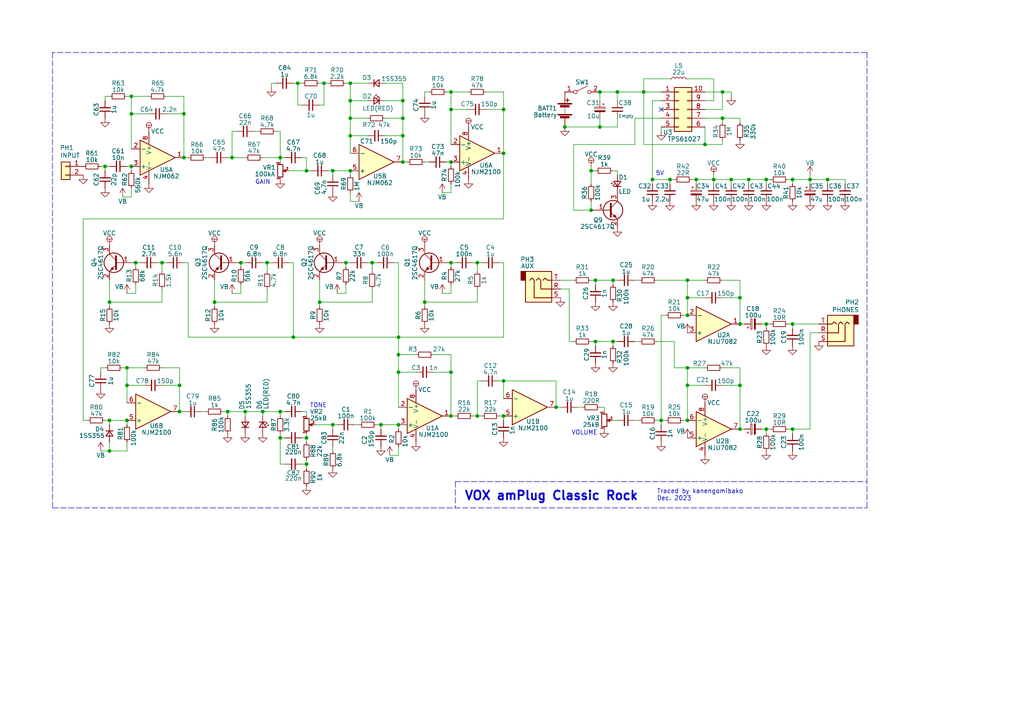
<source format=kicad_sch>
(kicad_sch (version 20230121) (generator eeschema)
  (paper "A4")
  (junction (at 199.39 91.44))
  (junction (at 214.63 86.36))
  (junction (at 130.81 107.95))
  (junction (at 222.25 124.46))
  (junction (at 101.6 34.29))
  (junction (at 52.07 119.38))
  (junction (at 179.07 26.67))
  (junction (at 209.55 26.67))
  (junction (at 199.39 86.36))
  (junction (at 39.37 76.2))
  (junction (at 85.09 97.79))
  (junction (at 81.28 45.72))
  (junction (at 163.83 36.83))
  (junction (at 161.29 118.11))
  (junction (at 76.2 119.38))
  (junction (at 217.17 52.07))
  (junction (at 46.99 76.2))
  (junction (at 146.05 31.75))
  (junction (at 229.87 124.46))
  (junction (at 66.04 119.38))
  (junction (at 69.85 76.2))
  (junction (at 53.34 45.72))
  (junction (at 234.95 52.07))
  (junction (at 38.1 48.26))
  (junction (at 88.9 127))
  (junction (at 93.98 24.13))
  (junction (at 173.99 36.83))
  (junction (at 107.95 76.2))
  (junction (at 116.84 34.29))
  (junction (at 115.57 97.79))
  (junction (at 115.57 123.19))
  (junction (at 88.9 49.53))
  (junction (at 240.03 52.07))
  (junction (at 81.28 127))
  (junction (at 38.1 27.94))
  (junction (at 53.34 33.02))
  (junction (at 77.47 76.2))
  (junction (at 173.99 26.67))
  (junction (at 130.81 76.2))
  (junction (at 30.48 48.26))
  (junction (at 201.93 52.07))
  (junction (at 194.31 52.07))
  (junction (at 116.84 29.21))
  (junction (at 38.1 33.02))
  (junction (at 191.77 121.92))
  (junction (at 71.12 119.38))
  (junction (at 172.72 81.28))
  (junction (at 36.83 111.76))
  (junction (at 88.9 134.62))
  (junction (at 199.39 106.68))
  (junction (at 101.6 24.13))
  (junction (at 222.25 52.07))
  (junction (at 207.01 52.07))
  (junction (at 199.39 81.28))
  (junction (at 123.19 87.63))
  (junction (at 31.75 87.63))
  (junction (at 172.72 99.06))
  (junction (at 116.84 39.37))
  (junction (at 171.45 49.53))
  (junction (at 177.8 99.06))
  (junction (at 146.05 120.65))
  (junction (at 214.63 93.98))
  (junction (at 115.57 102.87))
  (junction (at 101.6 49.53))
  (junction (at 138.43 76.2))
  (junction (at 92.71 87.63))
  (junction (at 130.81 31.75))
  (junction (at 36.83 106.68))
  (junction (at 101.6 39.37))
  (junction (at 214.63 124.46))
  (junction (at 67.31 45.72))
  (junction (at 116.84 46.99))
  (junction (at 204.47 41.91))
  (junction (at 31.75 121.92))
  (junction (at 96.52 123.19))
  (junction (at 110.49 123.19))
  (junction (at 146.05 110.49))
  (junction (at 130.81 46.99))
  (junction (at 138.43 120.65))
  (junction (at 31.75 130.81))
  (junction (at 96.52 49.53))
  (junction (at 214.63 111.76))
  (junction (at 229.87 93.98))
  (junction (at 115.57 107.95))
  (junction (at 146.05 44.45))
  (junction (at 229.87 52.07))
  (junction (at 171.45 60.96))
  (junction (at 86.36 24.13))
  (junction (at 130.81 26.67))
  (junction (at 81.28 119.38))
  (junction (at 100.33 76.2))
  (junction (at 209.55 34.29))
  (junction (at 101.6 29.21))
  (junction (at 222.25 93.98))
  (junction (at 199.39 111.76))
  (junction (at 177.8 81.28))
  (junction (at 212.09 52.07))
  (junction (at 189.23 52.07))
  (junction (at 36.83 121.92))
  (junction (at 186.69 26.67))
  (junction (at 62.23 87.63))
  (junction (at 130.81 120.65))
  (junction (at 199.39 121.92))
  (junction (at 52.07 111.76))
  (no_connect (at 191.77 31.75))
  (wire (pts (xy 138.43 120.65) (xy 139.7 120.65)))
  (wire (pts (xy 212.09 26.67) (xy 212.09 27.94)))
  (wire (pts (xy 81.28 134.62) (xy 82.55 134.62)))
  (wire (pts (xy 146.05 97.79) (xy 146.05 76.2)))
  (wire (pts (xy 234.95 50.8) (xy 234.95 52.07)))
  (wire (pts (xy 54.61 97.79) (xy 85.09 97.79)))
  (wire (pts (xy 101.6 39.37) (xy 106.68 39.37)))
  (wire (pts (xy 199.39 86.36) (xy 204.47 86.36)))
  (wire (pts (xy 101.6 49.53) (xy 101.6 50.8)))
  (wire (pts (xy 83.82 76.2) (xy 85.09 76.2)))
  (wire (pts (xy 209.55 34.29) (xy 209.55 35.56)))
  (wire (pts (xy 30.48 29.21) (xy 30.48 27.94)))
  (wire (pts (xy 171.45 49.53) (xy 171.45 53.34)))
  (wire (pts (xy 172.72 99.06) (xy 177.8 99.06)))
  (wire (pts (xy 88.9 49.53) (xy 90.17 49.53)))
  (wire (pts (xy 222.25 52.07) (xy 222.25 53.34)))
  (wire (pts (xy 228.6 52.07) (xy 229.87 52.07)))
  (wire (pts (xy 116.84 29.21) (xy 116.84 34.29)))
  (wire (pts (xy 92.71 30.48) (xy 93.98 30.48)))
  (wire (pts (xy 48.26 33.02) (xy 53.34 33.02)))
  (wire (pts (xy 46.99 76.2) (xy 46.99 78.74)))
  (wire (pts (xy 204.47 31.75) (xy 209.55 31.75)))
  (wire (pts (xy 146.05 44.45) (xy 146.05 63.5)))
  (wire (pts (xy 229.87 93.98) (xy 237.49 93.98)))
  (wire (pts (xy 39.37 76.2) (xy 40.64 76.2)))
  (wire (pts (xy 201.93 52.07) (xy 207.01 52.07)))
  (wire (pts (xy 207.01 52.07) (xy 212.09 52.07)))
  (wire (pts (xy 30.48 48.26) (xy 30.48 49.53)))
  (wire (pts (xy 81.28 119.38) (xy 81.28 120.65)))
  (wire (pts (xy 111.76 24.13) (xy 116.84 24.13)))
  (wire (pts (xy 229.87 93.98) (xy 229.87 95.25)))
  (wire (pts (xy 199.39 86.36) (xy 199.39 91.44)))
  (wire (pts (xy 144.78 110.49) (xy 146.05 110.49)))
  (wire (pts (xy 30.48 27.94) (xy 31.75 27.94)))
  (wire (pts (xy 81.28 134.62) (xy 81.28 127)))
  (wire (pts (xy 245.11 52.07) (xy 245.11 53.34)))
  (wire (pts (xy 138.43 110.49) (xy 138.43 120.65)))
  (wire (pts (xy 209.55 86.36) (xy 214.63 86.36)))
  (wire (pts (xy 36.83 121.92) (xy 36.83 123.19)))
  (wire (pts (xy 104.14 58.42) (xy 101.6 58.42)))
  (wire (pts (xy 36.83 27.94) (xy 38.1 27.94)))
  (wire (pts (xy 229.87 52.07) (xy 229.87 53.34)))
  (wire (pts (xy 165.1 99.06) (xy 166.37 99.06)))
  (wire (pts (xy 214.63 124.46) (xy 215.9 124.46)))
  (wire (pts (xy 86.36 24.13) (xy 87.63 24.13)))
  (wire (pts (xy 100.33 82.55) (xy 100.33 85.09)))
  (wire (pts (xy 209.55 41.91) (xy 209.55 40.64)))
  (wire (pts (xy 107.95 83.82) (xy 107.95 87.63)))
  (wire (pts (xy 46.99 76.2) (xy 48.26 76.2)))
  (wire (pts (xy 31.75 130.81) (xy 36.83 130.81)))
  (wire (pts (xy 115.57 123.19) (xy 115.57 124.46)))
  (wire (pts (xy 81.28 45.72) (xy 82.55 45.72)))
  (wire (pts (xy 92.71 24.13) (xy 93.98 24.13)))
  (wire (pts (xy 81.28 38.1) (xy 81.28 45.72)))
  (wire (pts (xy 29.21 48.26) (xy 30.48 48.26)))
  (wire (pts (xy 167.64 118.11) (xy 168.91 118.11)))
  (wire (pts (xy 36.83 48.26) (xy 38.1 48.26)))
  (wire (pts (xy 214.63 111.76) (xy 214.63 124.46)))
  (wire (pts (xy 128.27 55.88) (xy 130.81 55.88)))
  (wire (pts (xy 199.39 106.68) (xy 195.58 106.68)))
  (wire (pts (xy 201.93 52.07) (xy 201.93 53.34)))
  (wire (pts (xy 54.61 97.79) (xy 54.61 76.2)))
  (wire (pts (xy 116.84 39.37) (xy 116.84 46.99)))
  (wire (pts (xy 24.13 63.5) (xy 24.13 121.92)))
  (wire (pts (xy 222.25 124.46) (xy 222.25 125.73)))
  (wire (pts (xy 35.56 106.68) (xy 36.83 106.68)))
  (wire (pts (xy 88.9 133.35) (xy 88.9 134.62)))
  (wire (pts (xy 172.72 81.28) (xy 177.8 81.28)))
  (wire (pts (xy 29.21 106.68) (xy 30.48 106.68)))
  (wire (pts (xy 92.71 87.63) (xy 107.95 87.63)))
  (wire (pts (xy 222.25 52.07) (xy 223.52 52.07)))
  (wire (pts (xy 46.99 83.82) (xy 46.99 87.63)))
  (wire (pts (xy 36.83 106.68) (xy 36.83 111.76)))
  (wire (pts (xy 129.54 46.99) (xy 130.81 46.99)))
  (polyline (pts (xy 251.46 15.24) (xy 15.24 15.24)) (stroke (width 0) (type dash)))
  (wire (pts (xy 77.47 87.63) (xy 62.23 87.63)))
  (wire (pts (xy 24.13 63.5) (xy 146.05 63.5)))
  (wire (pts (xy 81.28 119.38) (xy 82.55 119.38)))
  (wire (pts (xy 62.23 87.63) (xy 62.23 88.9)))
  (wire (pts (xy 130.81 46.99) (xy 130.81 48.26)))
  (wire (pts (xy 101.6 55.88) (xy 101.6 58.42)))
  (wire (pts (xy 184.15 121.92) (xy 185.42 121.92)))
  (wire (pts (xy 38.1 43.18) (xy 38.1 33.02)))
  (wire (pts (xy 191.77 91.44) (xy 191.77 121.92)))
  (wire (pts (xy 38.1 33.02) (xy 38.1 27.94)))
  (wire (pts (xy 52.07 111.76) (xy 52.07 119.38)))
  (wire (pts (xy 53.34 27.94) (xy 53.34 33.02)))
  (wire (pts (xy 31.75 121.92) (xy 31.75 123.19)))
  (wire (pts (xy 102.87 123.19) (xy 104.14 123.19)))
  (wire (pts (xy 137.16 120.65) (xy 138.43 120.65)))
  (wire (pts (xy 31.75 87.63) (xy 31.75 88.9)))
  (wire (pts (xy 76.2 119.38) (xy 76.2 120.65)))
  (wire (pts (xy 58.42 119.38) (xy 59.69 119.38)))
  (wire (pts (xy 146.05 110.49) (xy 161.29 110.49)))
  (wire (pts (xy 229.87 52.07) (xy 234.95 52.07)))
  (wire (pts (xy 69.85 76.2) (xy 71.12 76.2)))
  (wire (pts (xy 101.6 49.53) (xy 96.52 49.53)))
  (wire (pts (xy 209.55 26.67) (xy 212.09 26.67)))
  (wire (pts (xy 123.19 87.63) (xy 138.43 87.63)))
  (wire (pts (xy 116.84 34.29) (xy 116.84 39.37)))
  (wire (pts (xy 67.31 85.09) (xy 69.85 85.09)))
  (wire (pts (xy 194.31 22.86) (xy 186.69 22.86)))
  (wire (pts (xy 31.75 121.92) (xy 36.83 121.92)))
  (wire (pts (xy 220.98 124.46) (xy 222.25 124.46)))
  (wire (pts (xy 71.12 119.38) (xy 71.12 120.65)))
  (wire (pts (xy 123.19 81.28) (xy 123.19 87.63)))
  (wire (pts (xy 30.48 48.26) (xy 31.75 48.26)))
  (wire (pts (xy 214.63 81.28) (xy 214.63 86.36)))
  (wire (pts (xy 166.37 60.96) (xy 166.37 41.91)))
  (wire (pts (xy 138.43 87.63) (xy 138.43 83.82)))
  (polyline (pts (xy 251.46 15.24) (xy 251.46 147.32)) (stroke (width 0) (type dash)))
  (wire (pts (xy 96.52 123.19) (xy 97.79 123.19)))
  (wire (pts (xy 41.91 106.68) (xy 36.83 106.68)))
  (wire (pts (xy 207.01 52.07) (xy 207.01 53.34)))
  (wire (pts (xy 35.56 57.15) (xy 38.1 57.15)))
  (wire (pts (xy 198.12 91.44) (xy 199.39 91.44)))
  (wire (pts (xy 140.97 31.75) (xy 146.05 31.75)))
  (wire (pts (xy 100.33 76.2) (xy 101.6 76.2)))
  (wire (pts (xy 59.69 45.72) (xy 60.96 45.72)))
  (wire (pts (xy 31.75 87.63) (xy 46.99 87.63)))
  (wire (pts (xy 214.63 86.36) (xy 214.63 93.98)))
  (wire (pts (xy 204.47 106.68) (xy 199.39 106.68)))
  (wire (pts (xy 106.68 24.13) (xy 101.6 24.13)))
  (wire (pts (xy 96.52 49.53) (xy 96.52 50.8)))
  (wire (pts (xy 128.27 85.09) (xy 130.81 85.09)))
  (wire (pts (xy 162.56 83.82) (xy 165.1 83.82)))
  (wire (pts (xy 36.83 130.81) (xy 36.83 128.27)))
  (wire (pts (xy 195.58 99.06) (xy 190.5 99.06)))
  (wire (pts (xy 101.6 24.13) (xy 101.6 29.21)))
  (wire (pts (xy 184.15 41.91) (xy 166.37 41.91)))
  (wire (pts (xy 95.25 49.53) (xy 96.52 49.53)))
  (wire (pts (xy 36.83 111.76) (xy 41.91 111.76)))
  (wire (pts (xy 123.19 27.94) (xy 123.19 26.67)))
  (wire (pts (xy 204.47 34.29) (xy 209.55 34.29)))
  (wire (pts (xy 191.77 121.92) (xy 191.77 123.19)))
  (wire (pts (xy 186.69 41.91) (xy 204.47 41.91)))
  (wire (pts (xy 204.47 29.21) (xy 207.01 29.21)))
  (wire (pts (xy 179.07 49.53) (xy 179.07 50.8)))
  (wire (pts (xy 39.37 82.55) (xy 39.37 85.09)))
  (wire (pts (xy 67.31 45.72) (xy 67.31 38.1)))
  (wire (pts (xy 217.17 52.07) (xy 222.25 52.07)))
  (wire (pts (xy 234.95 52.07) (xy 234.95 53.34)))
  (wire (pts (xy 173.99 26.67) (xy 173.99 29.21)))
  (wire (pts (xy 173.99 118.11) (xy 175.26 118.11)))
  (wire (pts (xy 29.21 130.81) (xy 31.75 130.81)))
  (wire (pts (xy 209.55 34.29) (xy 214.63 34.29)))
  (wire (pts (xy 111.76 39.37) (xy 116.84 39.37)))
  (wire (pts (xy 135.89 26.67) (xy 130.81 26.67)))
  (wire (pts (xy 66.04 119.38) (xy 71.12 119.38)))
  (wire (pts (xy 199.39 111.76) (xy 204.47 111.76)))
  (wire (pts (xy 172.72 81.28) (xy 172.72 82.55)))
  (wire (pts (xy 144.78 120.65) (xy 146.05 120.65)))
  (wire (pts (xy 123.19 88.9) (xy 123.19 87.63)))
  (wire (pts (xy 76.2 119.38) (xy 81.28 119.38)))
  (wire (pts (xy 137.16 76.2) (xy 138.43 76.2)))
  (wire (pts (xy 45.72 76.2) (xy 46.99 76.2)))
  (wire (pts (xy 36.83 116.84) (xy 36.83 111.76)))
  (wire (pts (xy 217.17 52.07) (xy 217.17 53.34)))
  (wire (pts (xy 130.81 107.95) (xy 130.81 120.65)))
  (wire (pts (xy 234.95 52.07) (xy 240.03 52.07)))
  (wire (pts (xy 172.72 100.33) (xy 172.72 99.06)))
  (wire (pts (xy 189.23 52.07) (xy 189.23 53.34)))
  (wire (pts (xy 73.66 38.1) (xy 74.93 38.1)))
  (wire (pts (xy 177.8 99.06) (xy 179.07 99.06)))
  (wire (pts (xy 100.33 76.2) (xy 100.33 77.47)))
  (wire (pts (xy 199.39 111.76) (xy 199.39 121.92)))
  (wire (pts (xy 52.07 106.68) (xy 52.07 111.76)))
  (wire (pts (xy 140.97 26.67) (xy 146.05 26.67)))
  (wire (pts (xy 77.47 76.2) (xy 78.74 76.2)))
  (wire (pts (xy 78.74 24.13) (xy 80.01 24.13)))
  (wire (pts (xy 78.74 25.4) (xy 78.74 24.13)))
  (wire (pts (xy 204.47 26.67) (xy 209.55 26.67)))
  (wire (pts (xy 39.37 76.2) (xy 39.37 77.47)))
  (wire (pts (xy 106.68 29.21) (xy 101.6 29.21)))
  (wire (pts (xy 69.85 82.55) (xy 69.85 85.09)))
  (wire (pts (xy 138.43 76.2) (xy 138.43 78.74)))
  (wire (pts (xy 146.05 26.67) (xy 146.05 31.75)))
  (wire (pts (xy 48.26 27.94) (xy 53.34 27.94)))
  (wire (pts (xy 173.99 34.29) (xy 173.99 36.83)))
  (wire (pts (xy 62.23 81.28) (xy 62.23 87.63)))
  (wire (pts (xy 228.6 93.98) (xy 229.87 93.98)))
  (wire (pts (xy 115.57 107.95) (xy 115.57 118.11)))
  (polyline (pts (xy 15.24 147.32) (xy 251.46 147.32)) (stroke (width 0) (type dash)))
  (wire (pts (xy 115.57 102.87) (xy 120.65 102.87)))
  (polyline (pts (xy 132.08 139.7) (xy 251.46 139.7)) (stroke (width 0) (type dash)))
  (wire (pts (xy 234.95 96.52) (xy 234.95 124.46)))
  (wire (pts (xy 66.04 45.72) (xy 67.31 45.72)))
  (wire (pts (xy 115.57 97.79) (xy 115.57 76.2)))
  (polyline (pts (xy 132.08 139.7) (xy 132.08 147.32)) (stroke (width 0) (type dash)))
  (wire (pts (xy 115.57 129.54) (xy 115.57 132.08)))
  (wire (pts (xy 85.09 24.13) (xy 86.36 24.13)))
  (wire (pts (xy 191.77 34.29) (xy 184.15 34.29)))
  (wire (pts (xy 88.9 119.38) (xy 88.9 120.65)))
  (wire (pts (xy 76.2 76.2) (xy 77.47 76.2)))
  (wire (pts (xy 199.39 86.36) (xy 199.39 81.28)))
  (wire (pts (xy 228.6 124.46) (xy 229.87 124.46)))
  (wire (pts (xy 177.8 81.28) (xy 179.07 81.28)))
  (wire (pts (xy 240.03 52.07) (xy 245.11 52.07)))
  (wire (pts (xy 130.81 26.67) (xy 130.81 31.75)))
  (wire (pts (xy 88.9 119.38) (xy 87.63 119.38)))
  (wire (pts (xy 209.55 111.76) (xy 214.63 111.76)))
  (wire (pts (xy 130.81 31.75) (xy 130.81 41.91)))
  (wire (pts (xy 179.07 26.67) (xy 186.69 26.67)))
  (wire (pts (xy 177.8 121.92) (xy 179.07 121.92)))
  (wire (pts (xy 53.34 33.02) (xy 53.34 45.72)))
  (wire (pts (xy 209.55 81.28) (xy 214.63 81.28)))
  (wire (pts (xy 81.28 127) (xy 81.28 125.73)))
  (wire (pts (xy 163.83 36.83) (xy 173.99 36.83)))
  (wire (pts (xy 234.95 124.46) (xy 229.87 124.46)))
  (wire (pts (xy 146.05 97.79) (xy 115.57 97.79)))
  (wire (pts (xy 110.49 123.19) (xy 110.49 124.46)))
  (wire (pts (xy 199.39 81.28) (xy 204.47 81.28)))
  (wire (pts (xy 96.52 129.54) (xy 96.52 130.81)))
  (wire (pts (xy 130.81 82.55) (xy 130.81 85.09)))
  (wire (pts (xy 212.09 52.07) (xy 217.17 52.07)))
  (wire (pts (xy 123.19 26.67) (xy 124.46 26.67)))
  (wire (pts (xy 85.09 97.79) (xy 115.57 97.79)))
  (wire (pts (xy 31.75 128.27) (xy 31.75 130.81)))
  (wire (pts (xy 67.31 45.72) (xy 71.12 45.72)))
  (wire (pts (xy 186.69 26.67) (xy 186.69 41.91)))
  (wire (pts (xy 135.89 31.75) (xy 130.81 31.75)))
  (wire (pts (xy 125.73 102.87) (xy 130.81 102.87)))
  (wire (pts (xy 204.47 41.91) (xy 209.55 41.91)))
  (wire (pts (xy 46.99 106.68) (xy 52.07 106.68)))
  (wire (pts (xy 130.81 76.2) (xy 132.08 76.2)))
  (wire (pts (xy 92.71 81.28) (xy 92.71 87.63)))
  (wire (pts (xy 96.52 123.19) (xy 96.52 124.46)))
  (wire (pts (xy 101.6 34.29) (xy 101.6 39.37)))
  (wire (pts (xy 175.26 118.11) (xy 175.26 119.38)))
  (wire (pts (xy 107.95 76.2) (xy 107.95 78.74)))
  (wire (pts (xy 30.48 121.92) (xy 31.75 121.92)))
  (wire (pts (xy 66.04 119.38) (xy 66.04 120.65)))
  (wire (pts (xy 109.22 123.19) (xy 110.49 123.19)))
  (wire (pts (xy 81.28 45.72) (xy 81.28 46.99)))
  (wire (pts (xy 179.07 34.29) (xy 179.07 36.83)))
  (wire (pts (xy 189.23 52.07) (xy 194.31 52.07)))
  (wire (pts (xy 209.55 26.67) (xy 209.55 31.75)))
  (wire (pts (xy 80.01 38.1) (xy 81.28 38.1)))
  (wire (pts (xy 100.33 24.13) (xy 101.6 24.13)))
  (wire (pts (xy 162.56 118.11) (xy 161.29 118.11)))
  (wire (pts (xy 191.77 29.21) (xy 189.23 29.21)))
  (wire (pts (xy 171.45 99.06) (xy 172.72 99.06)))
  (wire (pts (xy 87.63 45.72) (xy 88.9 45.72)))
  (wire (pts (xy 101.6 39.37) (xy 101.6 44.45)))
  (wire (pts (xy 88.9 49.53) (xy 88.9 45.72)))
  (wire (pts (xy 222.25 93.98) (xy 222.25 95.25)))
  (wire (pts (xy 171.45 49.53) (xy 172.72 49.53)))
  (wire (pts (xy 129.54 26.67) (xy 130.81 26.67)))
  (wire (pts (xy 93.98 24.13) (xy 93.98 30.48)))
  (wire (pts (xy 146.05 115.57) (xy 146.05 110.49)))
  (wire (pts (xy 97.79 85.09) (xy 100.33 85.09)))
  (wire (pts (xy 53.34 45.72) (xy 54.61 45.72)))
  (wire (pts (xy 214.63 93.98) (xy 215.9 93.98)))
  (wire (pts (xy 199.39 106.68) (xy 199.39 111.76)))
  (wire (pts (xy 214.63 34.29) (xy 214.63 35.56)))
  (wire (pts (xy 171.45 60.96) (xy 166.37 60.96)))
  (wire (pts (xy 69.85 76.2) (xy 69.85 77.47)))
  (wire (pts (xy 125.73 107.95) (xy 130.81 107.95)))
  (wire (pts (xy 207.01 22.86) (xy 199.39 22.86)))
  (wire (pts (xy 76.2 45.72) (xy 81.28 45.72)))
  (wire (pts (xy 173.99 26.67) (xy 179.07 26.67)))
  (wire (pts (xy 162.56 81.28) (xy 166.37 81.28)))
  (wire (pts (xy 198.12 121.92) (xy 199.39 121.92)))
  (wire (pts (xy 88.9 127) (xy 88.9 128.27)))
  (wire (pts (xy 106.68 76.2) (xy 107.95 76.2)))
  (wire (pts (xy 146.05 31.75) (xy 146.05 44.45)))
  (wire (pts (xy 177.8 49.53) (xy 179.07 49.53)))
  (wire (pts (xy 115.57 107.95) (xy 115.57 102.87)))
  (wire (pts (xy 38.1 48.26) (xy 38.1 49.53)))
  (wire (pts (xy 130.81 76.2) (xy 130.81 77.47)))
  (wire (pts (xy 111.76 29.21) (xy 116.84 29.21)))
  (wire (pts (xy 212.09 52.07) (xy 212.09 53.34)))
  (wire (pts (xy 107.95 76.2) (xy 109.22 76.2)))
  (wire (pts (xy 165.1 83.82) (xy 165.1 99.06)))
  (wire (pts (xy 52.07 119.38) (xy 53.34 119.38)))
  (wire (pts (xy 39.37 85.09) (xy 36.83 85.09)))
  (wire (pts (xy 139.7 110.49) (xy 138.43 110.49)))
  (wire (pts (xy 184.15 99.06) (xy 185.42 99.06)))
  (wire (pts (xy 194.31 52.07) (xy 195.58 52.07)))
  (wire (pts (xy 220.98 93.98) (xy 222.25 93.98)))
  (wire (pts (xy 54.61 76.2) (xy 53.34 76.2)))
  (wire (pts (xy 71.12 119.38) (xy 76.2 119.38)))
  (wire (pts (xy 101.6 29.21) (xy 101.6 34.29)))
  (wire (pts (xy 86.36 30.48) (xy 86.36 24.13)))
  (wire (pts (xy 91.44 123.19) (xy 96.52 123.19)))
  (wire (pts (xy 161.29 110.49) (xy 161.29 118.11)))
  (wire (pts (xy 184.15 34.29) (xy 184.15 41.91)))
  (wire (pts (xy 88.9 134.62) (xy 88.9 135.89)))
  (wire (pts (xy 130.81 120.65) (xy 132.08 120.65)))
  (wire (pts (xy 130.81 53.34) (xy 130.81 55.88)))
  (wire (pts (xy 204.47 36.83) (xy 204.47 41.91)))
  (wire (pts (xy 139.7 76.2) (xy 138.43 76.2)))
  (wire (pts (xy 29.21 107.95) (xy 29.21 106.68)))
  (wire (pts (xy 222.25 93.98) (xy 223.52 93.98)))
  (wire (pts (xy 186.69 26.67) (xy 191.77 26.67)))
  (wire (pts (xy 207.01 22.86) (xy 207.01 29.21)))
  (wire (pts (xy 31.75 81.28) (xy 31.75 87.63)))
  (wire (pts (xy 177.8 81.28) (xy 177.8 82.55)))
  (wire (pts (xy 190.5 81.28) (xy 199.39 81.28)))
  (wire (pts (xy 194.31 52.07) (xy 194.31 53.34)))
  (wire (pts (xy 200.66 52.07) (xy 201.93 52.07)))
  (wire (pts (xy 87.63 30.48) (xy 86.36 30.48)))
  (wire (pts (xy 191.77 38.1) (xy 191.77 36.83)))
  (wire (pts (xy 229.87 124.46) (xy 229.87 125.73)))
  (polyline (pts (xy 15.24 15.24) (xy 15.24 147.32)) (stroke (width 0) (type dash)))
  (wire (pts (xy 144.78 76.2) (xy 146.05 76.2)))
  (wire (pts (xy 38.1 27.94) (xy 43.18 27.94)))
  (wire (pts (xy 222.25 124.46) (xy 223.52 124.46)))
  (wire (pts (xy 116.84 46.99) (xy 118.11 46.99)))
  (wire (pts (xy 189.23 29.21) (xy 189.23 52.07)))
  (wire (pts (xy 93.98 24.13) (xy 95.25 24.13)))
  (wire (pts (xy 64.77 119.38) (xy 66.04 119.38)))
  (wire (pts (xy 214.63 106.68) (xy 214.63 111.76)))
  (wire (pts (xy 85.09 97.79) (xy 85.09 76.2)))
  (wire (pts (xy 173.99 36.83) (xy 179.07 36.83)))
  (wire (pts (xy 114.3 76.2) (xy 115.57 76.2)))
  (wire (pts (xy 191.77 91.44) (xy 193.04 91.44)))
  (wire (pts (xy 195.58 106.68) (xy 195.58 99.06)))
  (wire (pts (xy 193.04 121.92) (xy 191.77 121.92)))
  (wire (pts (xy 237.49 96.52) (xy 234.95 96.52)))
  (wire (pts (xy 38.1 54.61) (xy 38.1 57.15)))
  (wire (pts (xy 77.47 76.2) (xy 77.47 78.74)))
  (wire (pts (xy 186.69 22.86) (xy 186.69 26.67)))
  (wire (pts (xy 87.63 134.62) (xy 88.9 134.62)))
  (wire (pts (xy 110.49 123.19) (xy 115.57 123.19)))
  (wire (pts (xy 92.71 87.63) (xy 92.71 88.9)))
  (wire (pts (xy 88.9 125.73) (xy 88.9 127)))
  (wire (pts (xy 116.84 24.13) (xy 116.84 29.21)))
  (wire (pts (xy 115.57 97.79) (xy 115.57 102.87)))
  (wire (pts (xy 190.5 121.92) (xy 191.77 121.92)))
  (wire (pts (xy 209.55 106.68) (xy 214.63 106.68)))
  (wire (pts (xy 106.68 34.29) (xy 101.6 34.29)))
  (wire (pts (xy 113.03 132.08) (xy 115.57 132.08)))
  (wire (pts (xy 240.03 52.07) (xy 240.03 53.34)))
  (wire (pts (xy 184.15 81.28) (xy 185.42 81.28)))
  (wire (pts (xy 83.82 49.53) (xy 88.9 49.53)))
  (wire (pts (xy 123.19 46.99) (xy 124.46 46.99)))
  (wire (pts (xy 207.01 50.8) (xy 207.01 52.07)))
  (wire (pts (xy 111.76 34.29) (xy 116.84 34.29)))
  (wire (pts (xy 179.07 29.21) (xy 179.07 26.67)))
  (wire (pts (xy 146.05 120.65) (xy 146.05 121.92)))
  (wire (pts (xy 77.47 83.82) (xy 77.47 87.63)))
  (wire (pts (xy 171.45 48.26) (xy 171.45 49.53)))
  (wire (pts (xy 120.65 107.95) (xy 115.57 107.95)))
  (wire (pts (xy 67.31 38.1) (xy 68.58 38.1)))
  (wire (pts (xy 130.81 102.87) (xy 130.81 107.95)))
  (wire (pts (xy 38.1 33.02) (xy 43.18 33.02)))
  (wire (pts (xy 88.9 127) (xy 87.63 127)))
  (wire (pts (xy 24.13 121.92) (xy 25.4 121.92)))
  (wire (pts (xy 81.28 127) (xy 82.55 127)))
  (wire (pts (xy 171.45 58.42) (xy 171.45 60.96)))
  (wire (pts (xy 171.45 81.28) (xy 172.72 81.28)))
  (wire (pts (xy 46.99 111.76) (xy 52.07 111.76)))
  (wire (pts (xy 177.8 99.06) (xy 177.8 100.33)))
  (text "VOX amPlug Classic Rock" (at 134.62 145.415 0) (effects (font (size 2.54 2.54) (thickness 0.508) bold) (justify left bottom)))
  (text "5V" (at 190.1825 51.1175 0) (effects (font (size 1.27 1.27)) (justify left bottom)))
  (text "GAIN" (at 73.9775 53.6575 0) (effects (font (size 1.27 1.27)) (justify left bottom)))
  (text "TONE" (at 89.8525 118.4275 0) (effects (font (size 1.27 1.27)) (justify left bottom)))
  (text "Traced by kanengomibako\nDec. 2023" (at 190.5 145.415 0) (effects (font (size 1.27 1.27)) (justify left bottom)))
  (text "VOLUME" (at 165.735 126.365 0) (effects (font (size 1.27 1.27)) (justify left bottom)))
  (symbol (lib_id "myLib:VCC") (at 135.89 36.83 0) (unit 1)
    (property "Reference" "#PWR076" (effects hide))
    (property "Value" "VCC" (at 138.43 36.83 0))
  )
  (symbol (lib_id "Device:R_Potentiometer_Small") (at 88.9 123.19 0) (mirror x) (unit 1)
    (property "Reference" "VR2" (at 91.7575 119.38 0))
    (property "Value" "25kB" (at 92.3925 121.285 0))
    (property "Footprint" "myFoot:my_Pot_disk_smd" (effects hide))
  )
  (symbol (lib_id "Amplifier_Operational:TL062") (at 123.19 120.65 0) (unit 3)
    (property "Reference" "U1" (effects hide))
    (property "Value" "NJM2100" (effects hide))
    (property "Footprint" "Package_SO:TSSOP-8_4.4x3mm_P0.65mm" (effects hide))
  )
  (symbol (lib_id "power:GND") (at 234.95 58.42 0) (unit 1)
    (property "Reference" "#PWR015" (effects hide))
    (property "Value" "GND" (effects hide))
  )
  (symbol (lib_id "Device:R_Small") (at 57.15 45.72 90) (mirror x) (unit 1)
    (property "Reference" "R66" (at 57.15 41.91 90))
    (property "Value" "10k" (at 57.15 43.815 90))
    (property "Footprint" "Resistor_SMD:R_0603_1608Metric" (effects hide))
  )
  (symbol (lib_id "myLib:VB") (at 234.95 50.8 0) (unit 1)
    (property "Reference" "#PWR016" (effects hide))
    (property "Value" "VB" (at 234.95 47.3075 0))
  )
  (symbol (lib_id "Device:R_Small") (at 187.96 99.06 90) (mirror x) (unit 1)
    (property "Reference" "R26" (at 187.96 95.25 90))
    (property "Value" "47k" (at 187.96 97.155 90))
    (property "Footprint" "Resistor_SMD:R_0603_1608Metric" (effects hide))
  )
  (symbol (lib_id "Device:R_Small") (at 130.81 80.01 0) (mirror y) (unit 1)
    (property "Reference" "R4" (at 128.905 80.01 90))
    (property "Value" "27k" (at 132.715 80.01 90))
    (property "Footprint" "Resistor_SMD:R_0603_1608Metric" (effects hide))
  )
  (symbol (lib_id "power:GND") (at 71.12 125.73 0) (unit 1)
    (property "Reference" "#PWR028" (effects hide))
    (property "Value" "GND" (effects hide))
  )
  (symbol (lib_id "Device:C_Small") (at 81.28 76.2 270) (unit 1)
    (property "Reference" "C8" (at 81.28 71.755 90))
    (property "Value" "6.8n" (at 81.28 73.66 90))
    (property "Footprint" "Capacitor_SMD:C_0603_1608Metric" (effects hide))
  )
  (symbol (lib_id "Device:R_Small") (at 73.66 45.72 90) (mirror x) (unit 1)
    (property "Reference" "R67" (at 73.66 41.91 90))
    (property "Value" "47k" (at 73.66 43.815 90))
    (property "Footprint" "Resistor_SMD:R_0603_1608Metric" (effects hide))
  )
  (symbol (lib_id "Device:C_Small") (at 123.19 107.95 270) (unit 1)
    (property "Reference" "C3" (at 120.65 106.68 90))
    (property "Value" "1n" (at 125.73 106.68 90))
    (property "Footprint" "Capacitor_SMD:C_0603_1608Metric" (effects hide))
  )
  (symbol (lib_id "power:GND") (at 88.9 140.97 0) (unit 1)
    (property "Reference" "#PWR030" (effects hide))
    (property "Value" "GND" (effects hide))
  )
  (symbol (lib_id "Device:Q_NPN_BEC") (at 125.73 76.2 0) (mirror y) (unit 1)
    (property "Reference" "Q1" (at 118.11 77.47 90) (effects (justify left)))
    (property "Value" "2SC4617Q" (at 120.3325 81.28 90) (effects (justify left)))
    (property "Footprint" "Package_TO_SOT_SMD:SOT-416" (effects hide))
  )
  (symbol (lib_id "power:GND") (at 96.52 135.89 0) (unit 1)
    (property "Reference" "#PWR031" (effects hide))
    (property "Value" "GND" (effects hide))
  )
  (symbol (lib_id "myLib:VCC") (at 120.65 113.03 0) (unit 1)
    (property "Reference" "#PWR053" (effects hide))
    (property "Value" "VCC" (at 123.19 113.03 0))
  )
  (symbol (lib_id "Device:R_Small") (at 168.91 81.28 90) (mirror x) (unit 1)
    (property "Reference" "R31" (at 168.91 77.47 90))
    (property "Value" "1k" (at 168.91 79.375 90))
    (property "Footprint" "Resistor_SMD:R_0603_1608Metric" (effects hide))
  )
  (symbol (lib_id "Device:C_Small") (at 194.31 55.88 180) (unit 1)
    (property "Reference" "C33" (at 192.0875 53.975 0))
    (property "Value" "2.2u" (at 192.0875 57.785 0))
    (property "Footprint" "Capacitor_SMD:C_0805_2012Metric" (effects hide))
  )
  (symbol (lib_id "Device:R_Small") (at 62.23 119.38 90) (mirror x) (unit 1)
    (property "Reference" "R85" (at 62.23 115.57 90))
    (property "Value" "1k" (at 62.23 117.475 90))
    (property "Footprint" "Resistor_SMD:R_0603_1608Metric" (effects hide))
  )
  (symbol (lib_id "Amplifier_Operational:TL062") (at 123.19 120.65 0) (mirror x) (unit 1)
    (property "Reference" "U1" (at 125.4125 124.1425 0))
    (property "Value" "NJM2100" (at 125.73 126.0475 0))
    (property "Footprint" "Package_SO:TSSOP-8_4.4x3mm_P0.65mm" (effects hide))
  )
  (symbol (lib_id "Device:R_Small") (at 101.6 53.34 0) (mirror y) (unit 1)
    (property "Reference" "R69" (at 99.695 53.34 90))
    (property "Value" "1M" (at 103.505 53.975 90))
    (property "Footprint" "Resistor_SMD:R_0603_1608Metric" (effects hide))
  )
  (symbol (lib_id "myLib:VB") (at 128.27 85.09 0) (unit 1)
    (property "Reference" "#PWR035" (effects hide))
    (property "Value" "VB" (at 126.0475 83.185 0))
  )
  (symbol (lib_id "Device:R_Small") (at 214.63 38.1 0) (mirror y) (unit 1)
    (property "Reference" "R35" (at 216.535 38.1 90))
    (property "Value" "330k" (at 218.44 38.1 90))
    (property "Footprint" "Resistor_SMD:R_0603_1608Metric" (effects hide))
  )
  (symbol (lib_id "Device:C_Small") (at 179.07 31.75 0) (mirror y) (unit 1)
    (property "Reference" "C38" (at 181.2925 29.845 0))
    (property "Value" "Empty" (at 181.61 33.655 0) (effects (font (size 0.9525 0.9525))))
    (property "Footprint" "Capacitor_SMD:C_0603_1608Metric" (effects hide))
  )
  (symbol (lib_id "Device:R_Small") (at 168.91 99.06 90) (mirror x) (unit 1)
    (property "Reference" "R33" (at 168.91 95.25 90))
    (property "Value" "1k" (at 168.91 97.155 90))
    (property "Footprint" "Resistor_SMD:R_0603_1608Metric" (effects hide))
  )
  (symbol (lib_id "myLib:VCC") (at 123.19 71.12 0) (unit 1)
    (property "Reference" "#PWR036" (effects hide))
    (property "Value" "VCC" (at 123.19 67.6275 0))
  )
  (symbol (lib_id "Device:R_Small") (at 171.45 118.11 90) (mirror x) (unit 1)
    (property "Reference" "R18" (at 171.45 114.3 90))
    (property "Value" "220R" (at 171.45 116.205 90))
    (property "Footprint" "Resistor_SMD:R_0603_1608Metric" (effects hide))
  )
  (symbol (lib_id "Device:C_Small") (at 165.1 118.11 270) (unit 1)
    (property "Reference" "C14" (at 165.1 113.665 90))
    (property "Value" "1u" (at 165.1 115.57 90))
    (property "Footprint" "Capacitor_SMD:C_0603_1608Metric" (effects hide))
  )
  (symbol (lib_id "Amplifier_Operational:TL062") (at 138.43 44.45 0) (mirror x) (unit 1)
    (property "Reference" "U6" (at 140.97 47.9425 0))
    (property "Value" "NJM2100" (at 140.97 49.8475 0))
    (property "Footprint" "Package_SO:TSSOP-8_4.4x3mm_P0.65mm" (effects hide))
  )
  (symbol (lib_id "Device:R_Small") (at 187.96 81.28 90) (mirror x) (unit 1)
    (property "Reference" "R20" (at 187.96 77.47 90))
    (property "Value" "47k" (at 187.96 79.375 90))
    (property "Footprint" "Resistor_SMD:R_0603_1608Metric" (effects hide))
  )
  (symbol (lib_id "power:GND") (at 135.89 52.07 0) (unit 1)
    (property "Reference" "#PWR060" (effects hide))
    (property "Value" "GND" (effects hide))
  )
  (symbol (lib_id "Device:C_Small") (at 90.17 30.48 270) (unit 1)
    (property "Reference" "C70" (at 90.17 27.94 90))
    (property "Value" "1u" (at 90.17 33.3375 90))
    (property "Footprint" "Capacitor_SMD:C_0603_1608Metric" (effects hide))
  )
  (symbol (lib_id "Device:Q_NPN_BEC") (at 64.77 76.2 0) (mirror y) (unit 1)
    (property "Reference" "Q3" (at 57.4675 77.47 90) (effects (justify left)))
    (property "Value" "2SC4617Q" (at 59.3725 81.28 90) (effects (justify left)))
    (property "Footprint" "Package_TO_SOT_SMD:SOT-416" (effects hide))
  )
  (symbol (lib_id "Device:C_Small") (at 111.76 76.2 270) (unit 1)
    (property "Reference" "C6" (at 111.76 71.755 90))
    (property "Value" "100n" (at 111.76 73.66 90))
    (property "Footprint" "Capacitor_SMD:C_0603_1608Metric" (effects hide))
  )
  (symbol (lib_id "Device:C_Small") (at 142.24 76.2 270) (unit 1)
    (property "Reference" "C4" (at 142.24 71.755 90))
    (property "Value" "1u" (at 142.24 73.66 90))
    (property "Footprint" "Capacitor_SMD:C_0603_1608Metric" (effects hide))
  )
  (symbol (lib_id "Device:R_Small") (at 177.8 102.87 0) (mirror y) (unit 1)
    (property "Reference" "R32" (at 179.705 103.505 90))
    (property "Value" "100k" (at 181.61 103.8225 90))
    (property "Footprint" "Resistor_SMD:R_0603_1608Metric" (effects hide))
  )
  (symbol (lib_id "Device:R_Small") (at 106.68 123.19 90) (mirror x) (unit 1)
    (property "Reference" "R1" (at 106.68 119.38 90))
    (property "Value" "100k" (at 106.68 121.285 90))
    (property "Footprint" "Resistor_SMD:R_0603_1608Metric" (effects hide))
  )
  (symbol (lib_id "power:GND") (at 110.49 129.54 0) (unit 1)
    (property "Reference" "#PWR033" (effects hide))
    (property "Value" "GND" (effects hide))
  )
  (symbol (lib_id "Device:C_Small") (at 85.09 119.38 270) (unit 1)
    (property "Reference" "C80" (at 85.09 114.935 90))
    (property "Value" "4.7n" (at 85.09 116.84 90))
    (property "Footprint" "Capacitor_SMD:C_0603_1608Metric" (effects hide))
  )
  (symbol (lib_id "Device:R_Small") (at 142.24 120.65 90) (mirror x) (unit 1)
    (property "Reference" "R17" (at 142.24 116.84 90))
    (property "Value" "22k" (at 142.24 118.745 90))
    (property "Footprint" "Resistor_SMD:R_0603_1608Metric" (effects hide))
  )
  (symbol (lib_id "power:GND") (at 172.72 87.63 0) (unit 1)
    (property "Reference" "#PWR061" (effects hide))
    (property "Value" "GND" (effects hide))
  )
  (symbol (lib_id "Device:LED_Small") (at 179.07 53.34 90) (unit 1)
    (property "Reference" "D1" (at 179.3875 51.435 90) (effects (justify right)))
    (property "Value" "LED" (at 179.3875 55.5625 90) (effects (justify right)))
    (property "Footprint" "LED_THT:LED_D3.0mm" (effects hide))
  )
  (symbol (lib_id "Device:C_Small") (at 92.71 49.53 270) (unit 1)
    (property "Reference" "C68" (at 92.71 45.085 90))
    (property "Value" "1u" (at 92.71 46.99 90))
    (property "Footprint" "Capacitor_SMD:C_0603_1608Metric" (effects hide))
  )
  (symbol (lib_id "Device:R_Small") (at 134.62 120.65 90) (mirror x) (unit 1)
    (property "Reference" "R16" (at 134.62 116.84 90))
    (property "Value" "22k" (at 134.62 118.745 90))
    (property "Footprint" "Resistor_SMD:R_0603_1608Metric" (effects hide))
  )
  (symbol (lib_id "power:GND") (at 214.63 40.64 0) (unit 1)
    (property "Reference" "#PWR02" (effects hide))
    (property "Value" "GND" (effects hide))
  )
  (symbol (lib_id "Device:R_Small") (at 187.96 121.92 90) (mirror x) (unit 1)
    (property "Reference" "R19" (at 187.96 118.11 90))
    (property "Value" "10k" (at 187.96 120.015 90))
    (property "Footprint" "Resistor_SMD:R_0603_1608Metric" (effects hide))
  )
  (symbol (lib_id "Device:C_Small") (at 30.48 52.07 180) (unit 1)
    (property "Reference" "C62" (at 27.94 52.07 90))
    (property "Value" "22p" (at 33.02 52.07 90))
    (property "Footprint" "Capacitor_SMD:C_0603_1608Metric" (effects hide))
  )
  (symbol (lib_id "power:GND") (at 194.31 58.42 0) (unit 1)
    (property "Reference" "#PWR08" (effects hide))
    (property "Value" "GND" (effects hide))
  )
  (symbol (lib_id "myLib:VB") (at 97.79 85.09 0) (unit 1)
    (property "Reference" "#PWR056" (effects hide))
    (property "Value" "VB" (at 95.5675 83.185 0))
  )
  (symbol (lib_id "myLib:VB") (at 113.03 132.08 0) (unit 1)
    (property "Reference" "#PWR032" (effects hide))
    (property "Value" "VB" (at 113.03 133.35 0))
  )
  (symbol (lib_id "power:GND") (at 212.09 27.94 0) (unit 1)
    (property "Reference" "#PWR03" (effects hide))
    (property "Value" "GND" (effects hide))
  )
  (symbol (lib_id "power:GND") (at 92.71 93.98 0) (unit 1)
    (property "Reference" "#PWR038" (effects hide))
    (property "Value" "GND" (effects hide))
  )
  (symbol (lib_id "Device:C_Small") (at 123.19 30.48 180) (unit 1)
    (property "Reference" "C74" (at 120.65 30.48 90))
    (property "Value" "1u" (at 125.73 30.48 90))
    (property "Footprint" "Capacitor_SMD:C_0603_1608Metric" (effects hide))
  )
  (symbol (lib_id "power:GND") (at 245.11 58.42 0) (unit 1)
    (property "Reference" "#PWR069" (effects hide))
    (property "Value" "GND" (effects hide))
  )
  (symbol (lib_id "Device:R_Small") (at 123.19 91.44 0) (mirror x) (unit 1)
    (property "Reference" "R6" (at 121.285 91.44 90))
    (property "Value" "10k" (at 125.095 91.44 90))
    (property "Footprint" "Resistor_SMD:R_0603_1608Metric" (effects hide))
  )
  (symbol (lib_id "Device:R_Small") (at 90.17 24.13 90) (mirror x) (unit 1)
    (property "Reference" "R71" (at 90.17 20.32 90))
    (property "Value" "6.8k" (at 90.17 22.225 90))
    (property "Footprint" "Resistor_SMD:R_0603_1608Metric" (effects hide))
  )
  (symbol (lib_id "Device:C_Small") (at 50.8 76.2 270) (unit 1)
    (property "Reference" "C10" (at 50.8 71.755 90))
    (property "Value" "5.6n" (at 50.8 73.66 90))
    (property "Footprint" "Capacitor_SMD:C_0603_1608Metric" (effects hide))
  )
  (symbol (lib_id "Device:C_Small") (at 245.11 55.88 180) (unit 1)
    (property "Reference" "C37" (at 247.3325 53.975 0))
    (property "Value" "100n" (at 247.65 57.785 0))
    (property "Footprint" "Capacitor_SMD:C_0603_1608Metric" (effects hide))
  )
  (symbol (lib_id "Device:C_Small") (at 96.52 127 180) (unit 1)
    (property "Reference" "C83" (at 93.98 127 90))
    (property "Value" "22n" (at 99.06 127 90))
    (property "Footprint" "Capacitor_SMD:C_0603_1608Metric" (effects hide))
  )
  (symbol (lib_id "Amplifier_Operational:TL062") (at 138.43 44.45 0) (unit 3)
    (property "Reference" "U6" (effects hide))
    (property "Value" "NJM2100" (effects hide))
    (property "Footprint" "Package_SO:TSSOP-8_4.4x3mm_P0.65mm" (effects hide))
  )
  (symbol (lib_id "Device:C_Small") (at 181.61 81.28 270) (unit 1)
    (property "Reference" "C25" (at 181.61 76.835 90))
    (property "Value" "1u" (at 181.61 78.74 90))
    (property "Footprint" "Capacitor_SMD:C_0603_1608Metric" (effects hide))
  )
  (symbol (lib_id "Connector_Audio:AudioJack3") (at 242.57 96.52 180) (unit 1)
    (property "Reference" "PH2" (at 245.11 87.63 0) (effects (justify right)))
    (property "Value" "PHONES" (at 241.3 89.8525 0) (effects (justify right)))
    (property "Footprint" "Connector_Audio:Jack_3.5mm_CUI_SJ-3523-SMT_Horizontal" (effects hide))
  )
  (symbol (lib_id "Device:R_Small") (at 33.02 106.68 270) (unit 1)
    (property "Reference" "R82" (at 33.02 102.87 90))
    (property "Value" "10k" (at 33.02 104.775 90))
    (property "Footprint" "Resistor_SMD:R_0603_1608Metric" (effects hide))
  )
  (symbol (lib_id "Device:R_Small") (at 31.75 91.44 0) (mirror y) (unit 1)
    (property "Reference" "R15" (at 29.845 91.44 90))
    (property "Value" "10k" (at 33.655 91.44 90))
    (property "Footprint" "Resistor_SMD:R_0603_1608Metric" (effects hide))
  )
  (symbol (lib_id "Device:C_Polarized_Small") (at 234.95 55.88 0) (unit 1)
    (property "Reference" "C35" (at 234.95 53.975 0) (effects (justify left)))
    (property "Value" "47u" (at 234.95 57.785 0) (effects (justify left)))
    (property "Footprint" "Capacitor_SMD:CP_Elec_5x5.4" (effects hide))
  )
  (symbol (lib_id "Device:R_Small") (at 92.71 91.44 0) (mirror y) (unit 1)
    (property "Reference" "R9" (at 90.805 91.44 90))
    (property "Value" "10k" (at 94.615 91.44 90))
    (property "Footprint" "Resistor_SMD:R_0603_1608Metric" (effects hide))
  )
  (symbol (lib_id "Device:C_Small") (at 142.24 110.49 270) (unit 1)
    (property "Reference" "C12" (at 142.24 106.045 90))
    (property "Value" "4.7n" (at 142.24 107.95 90))
    (property "Footprint" "Capacitor_SMD:C_0603_1608Metric" (effects hide))
  )
  (symbol (lib_id "Device:C_Small") (at 240.03 55.88 180) (unit 1)
    (property "Reference" "C36" (at 242.2525 53.975 0))
    (property "Value" "100n" (at 242.57 57.785 0))
    (property "Footprint" "Capacitor_SMD:C_0603_1608Metric" (effects hide))
  )
  (symbol (lib_id "power:GND") (at 229.87 130.81 0) (unit 1)
    (property "Reference" "#PWR072" (effects hide))
    (property "Value" "GND" (effects hide))
  )
  (symbol (lib_id "Connector_Generic:Conn_01x02") (at 19.05 48.26 0) (mirror y) (unit 1)
    (property "Reference" "PH1" (at 19.3675 42.8625 0))
    (property "Value" "INPUT" (at 20.32 45.085 0))
    (property "Footprint" "myFoot:my_conn" (effects hide))
  )
  (symbol (lib_id "Device:R_Small") (at 66.04 123.19 0) (unit 1)
    (property "Reference" "R86" (at 62.23 123.19 90))
    (property "Value" "100k" (at 64.135 123.19 90))
    (property "Footprint" "Resistor_SMD:R_0603_1608Metric" (effects hide))
  )
  (symbol (lib_id "Device:C_Small") (at 85.09 134.62 270) (mirror x) (unit 1)
    (property "Reference" "C82" (at 85.09 137.16 90))
    (property "Value" "220n" (at 85.09 138.7475 90))
    (property "Footprint" "Capacitor_SMD:C_0603_1608Metric" (effects hide))
  )
  (symbol (lib_id "Device:C_Small") (at 229.87 97.79 180) (unit 1)
    (property "Reference" "C19" (at 227.33 97.79 90))
    (property "Value" "100n" (at 232.41 97.79 90))
    (property "Footprint" "Capacitor_SMD:C_0603_1608Metric" (effects hide))
  )
  (symbol (lib_id "Device:D_Small") (at 109.22 24.13 0) (mirror x) (unit 1)
    (property "Reference" "D3" (at 106.3625 22.5425 0))
    (property "Value" "1SS355" (at 114.3 22.86 0))
    (property "Footprint" "Diode_SMD:D_SOD-323" (effects hide))
    (property "Sim.Device" "D" (effects hide))
    (property "Sim.Pins" "1=K 2=A" (effects hide))
  )
  (symbol (lib_id "Device:R_Small") (at 88.9 138.43 0) (mirror y) (unit 1)
    (property "Reference" "R90" (at 90.805 138.43 90))
    (property "Value" "1k" (at 92.71 138.43 90))
    (property "Footprint" "Resistor_SMD:R_0603_1608Metric" (effects hide))
  )
  (symbol (lib_id "Device:D_Small") (at 31.75 125.73 270) (unit 1)
    (property "Reference" "D4" (at 28.8925 124.46 90))
    (property "Value" "1SS355" (at 26.67 126.365 90))
    (property "Footprint" "Diode_SMD:D_SOD-323" (effects hide))
    (property "Sim.Device" "D" (effects hide))
    (property "Sim.Pins" "1=K 2=A" (effects hide))
  )
  (symbol (lib_id "Switch:SW_SPST") (at 168.91 26.67 0) (unit 1)
    (property "Reference" "SW1" (at 168.91 23.8125 0))
    (property "Value" "SW" (effects hide))
    (property "Footprint" "myFoot:my_conn" (effects hide))
  )
  (symbol (lib_id "Device:C_Small") (at 207.01 55.88 180) (unit 1)
    (property "Reference" "C41" (at 209.2325 53.975 0))
    (property "Value" "100n" (at 209.55 57.785 0))
    (property "Footprint" "Capacitor_SMD:C_0603_1608Metric" (effects hide))
  )
  (symbol (lib_id "Device:C_Small") (at 34.29 48.26 270) (unit 1)
    (property "Reference" "C61" (at 34.29 43.815 90))
    (property "Value" "10n" (at 34.29 45.72 90))
    (property "Footprint" "Capacitor_SMD:C_0603_1608Metric" (effects hide))
  )
  (symbol (lib_id "power:GND") (at 146.05 127 0) (unit 1)
    (property "Reference" "#PWR046" (effects hide))
    (property "Value" "GND" (effects hide))
  )
  (symbol (lib_id "power:GND") (at 78.74 25.4 0) (unit 1)
    (property "Reference" "#PWR021" (effects hide))
    (property "Value" "GND" (effects hide))
  )
  (symbol (lib_id "Amplifier_Operational:NJM4558") (at 207.01 124.46 0) (unit 3)
    (property "Reference" "U2" (effects hide))
    (property "Value" "NJU7082" (effects hide))
    (property "Footprint" "Package_SO:TSSOP-8_4.4x3mm_P0.65mm" (effects hide))
  )
  (symbol (lib_id "Device:R_Small") (at 195.58 91.44 90) (mirror x) (unit 1)
    (property "Reference" "R21" (at 195.58 87.63 90))
    (property "Value" "10k" (at 195.58 89.535 90))
    (property "Footprint" "Resistor_SMD:R_0603_1608Metric" (effects hide))
  )
  (symbol (lib_id "Device:C_Small") (at 222.25 55.88 180) (unit 1)
    (property "Reference" "C44" (at 224.4725 53.975 0))
    (property "Value" "100n" (at 224.79 57.785 0))
    (property "Footprint" "Capacitor_SMD:C_0603_1608Metric" (effects hide))
  )
  (symbol (lib_id "power:GND") (at 207.01 58.42 0) (unit 1)
    (property "Reference" "#PWR049" (effects hide))
    (property "Value" "GND" (effects hide))
  )
  (symbol (lib_id "Device:R_Small") (at 130.81 50.8 0) (mirror y) (unit 1)
    (property "Reference" "R74" (at 128.905 50.8 90))
    (property "Value" "100k" (at 132.715 52.07 90))
    (property "Footprint" "Resistor_SMD:R_0603_1608Metric" (effects hide))
  )
  (symbol (lib_id "Device:C_Small") (at 55.88 119.38 270) (unit 1)
    (property "Reference" "C79" (at 55.88 114.935 90))
    (property "Value" "1u" (at 55.88 116.84 90))
    (property "Footprint" "Capacitor_SMD:C_0603_1608Metric" (effects hide))
  )
  (symbol (lib_id "Device:R_Small") (at 39.37 80.01 0) (mirror y) (unit 1)
    (property "Reference" "R13" (at 37.465 80.01 90))
    (property "Value" "68k" (at 41.275 80.01 90))
    (property "Footprint" "Resistor_SMD:R_0603_1608Metric" (effects hide))
  )
  (symbol (lib_id "myLib:VB") (at 199.39 96.52 0) (unit 1)
    (property "Reference" "#PWR064" (effects hide))
    (property "Value" "VB" (at 197.485 94.615 0))
  )
  (symbol (lib_id "Device:C_Small") (at 104.14 76.2 270) (unit 1)
    (property "Reference" "C7" (at 104.14 71.755 90))
    (property "Value" "33n" (at 104.14 73.66 90))
    (property "Footprint" "Capacitor_SMD:C_0603_1608Metric" (effects hide))
  )
  (symbol (lib_id "Device:L_Small") (at 196.85 22.86 90) (unit 1)
    (property "Reference" "L5" (at 196.85 19.05 90))
    (property "Value" "22u" (at 196.85 20.955 90))
    (property "Footprint" "Inductor_SMD:L_6.3x6.3_H3" (effects hide))
  )
  (symbol (lib_id "power:GND") (at 123.19 93.98 0) (unit 1)
    (property "Reference" "#PWR034" (effects hide))
    (property "Value" "GND" (effects hide))
  )
  (symbol (lib_id "myLib:VB") (at 35.56 57.15 0) (unit 1)
    (property "Reference" "#PWR017" (effects hide))
    (property "Value" "VB" (at 35.56 58.42 0))
  )
  (symbol (lib_id "Device:Q_NPN_BEC") (at 34.29 76.2 0) (mirror y) (unit 1)
    (property "Reference" "Q4" (at 27.305 77.47 90) (effects (justify left)))
    (property "Value" "2SC4617Q" (at 29.21 81.28 90) (effects (justify left)))
    (property "Footprint" "Package_TO_SOT_SMD:SOT-416" (effects hide))
  )
  (symbol (lib_id "power:GND") (at 222.25 130.81 0) (unit 1)
    (property "Reference" "#PWR073" (effects hide))
    (property "Value" "GND" (effects hide))
  )
  (symbol (lib_id "Device:C_Small") (at 207.01 86.36 270) (unit 1)
    (property "Reference" "C17" (at 203.835 85.09 90))
    (property "Value" "150p" (at 210.5025 85.09 90))
    (property "Footprint" "Capacitor_SMD:C_0603_1608Metric" (effects hide))
  )
  (symbol (lib_id "power:GND") (at 237.49 99.06 0) (unit 1)
    (property "Reference" "#PWR074" (effects hide))
    (property "Value" "GND" (effects hide))
  )
  (symbol (lib_id "myLib:VB") (at 104.14 58.42 0) (unit 1)
    (property "Reference" "#PWR022" (effects hide))
    (property "Value" "VB" (at 104.14 59.69 0))
  )
  (symbol (lib_id "myLib:VB") (at 29.21 130.81 0) (unit 1)
    (property "Reference" "#PWR025" (effects hide))
    (property "Value" "VB" (at 29.21 132.08 0))
  )
  (symbol (lib_id "Amplifier_Operational:NJM4558") (at 207.01 93.98 0) (mirror x) (unit 1)
    (property "Reference" "U2" (at 209.8675 97.155 0))
    (property "Value" "NJU7082" (at 209.55 99.06 0))
    (property "Footprint" "Package_SO:TSSOP-8_4.4x3mm_P0.65mm" (effects hide))
  )
  (symbol (lib_id "Amplifier_Operational:TL062") (at 109.22 46.99 0) (mirror x) (unit 2)
    (property "Reference" "U5" (at 110.1725 51.1175 0))
    (property "Value" "NJM062" (at 110.1725 53.0225 0))
    (property "Footprint" "Package_SO:TSSOP-8_4.4x3mm_P0.65mm" (effects hide))
  )
  (symbol (lib_id "Device:C_Small") (at 217.17 55.88 180) (unit 1)
    (property "Reference" "C43" (at 219.3925 53.975 0))
    (property "Value" "100n" (at 219.71 57.785 0))
    (property "Footprint" "Capacitor_SMD:C_0603_1608Metric" (effects hide))
  )
  (symbol (lib_id "Device:C_Small") (at 172.72 85.09 180) (unit 1)
    (property "Reference" "C26" (at 169.8625 85.09 90))
    (property "Value" "1n" (at 175.26 85.09 90))
    (property "Footprint" "Capacitor_SMD:C_0603_1608Metric" (effects hide))
  )
  (symbol (lib_id "Device:R_Small") (at 77.47 38.1 90) (mirror x) (unit 1)
    (property "Reference" "R68" (at 77.47 34.29 90))
    (property "Value" "4.7k" (at 77.47 36.195 90))
    (property "Footprint" "Resistor_SMD:R_0603_1608Metric" (effects hide))
  )
  (symbol (lib_id "Connector_Generic:Conn_02x05_Counter_Clockwise") (at 196.85 31.75 0) (unit 1)
    (property "Reference" "U3" (at 193.675 38.4175 0))
    (property "Value" "TPS61027" (at 198.4375 40.3225 0))
    (property "Footprint" "Package_SON:VSON-10-1EP_3x3mm_P0.5mm_EP1.2x2mm" (effects hide))
  )
  (symbol (lib_id "Device:R_Potentiometer_Small") (at 81.28 49.53 0) (mirror x) (unit 1)
    (property "Reference" "VR1" (at 78.105 48.5775 0))
    (property "Value" "100kA" (at 76.835 50.4825 0))
    (property "Footprint" "myFoot:my_Pot_disk_smd" (effects hide))
  )
  (symbol (lib_id "power:GND") (at 81.28 52.07 0) (unit 1)
    (property "Reference" "#PWR019" (effects hide))
    (property "Value" "GND" (effects hide))
  )
  (symbol (lib_id "Device:R_Small") (at 46.99 81.28 0) (mirror y) (unit 1)
    (property "Reference" "R14" (at 45.085 81.28 90))
    (property "Value" "1.5k" (at 48.895 81.28 90))
    (property "Footprint" "Resistor_SMD:R_0603_1608Metric" (effects hide))
  )
  (symbol (lib_id "Device:R_Small") (at 96.52 133.35 0) (mirror y) (unit 1)
    (property "Reference" "R89" (at 94.615 133.35 90))
    (property "Value" "6.8k" (at 98.425 133.35 90))
    (property "Footprint" "Resistor_SMD:R_0603_1608Metric" (effects hide))
  )
  (symbol (lib_id "power:GND") (at 96.52 55.88 0) (unit 1)
    (property "Reference" "#PWR020" (effects hide))
    (property "Value" "GND" (effects hide))
  )
  (symbol (lib_id "Device:C_Small") (at 127 46.99 270) (unit 1)
    (property "Reference" "C73" (at 127 42.545 90))
    (property "Value" "47n" (at 127 44.45 90))
    (property "Footprint" "Capacitor_SMD:C_0603_1608Metric" (effects hide))
  )
  (symbol (lib_id "power:GND") (at 43.18 53.34 0) (unit 1)
    (property "Reference" "#PWR059" (effects hide))
    (property "Value" "GND" (effects hide))
  )
  (symbol (lib_id "Device:R_Small") (at 107.95 81.28 0) (mirror y) (unit 1)
    (property "Reference" "R8" (at 106.045 81.28 90))
    (property "Value" "4.7k" (at 109.855 81.28 90))
    (property "Footprint" "Resistor_SMD:R_0603_1608Metric" (effects hide))
  )
  (symbol (lib_id "Device:R_Small") (at 177.8 85.09 0) (mirror y) (unit 1)
    (property "Reference" "R30" (at 179.705 85.725 90))
    (property "Value" "100k" (at 181.61 86.0425 90))
    (property "Footprint" "Resistor_SMD:R_0603_1608Metric" (effects hide))
  )
  (symbol (lib_id "Device:C_Small") (at 212.09 55.88 180) (unit 1)
    (property "Reference" "C42" (at 214.3125 53.975 0))
    (property "Value" "100n" (at 214.63 57.785 0))
    (property "Footprint" "Capacitor_SMD:C_0603_1608Metric" (effects hide))
  )
  (symbol (lib_id "Device:C_Small") (at 30.48 31.75 180) (unit 1)
    (property "Reference" "C63" (at 27.94 31.75 90))
    (property "Value" "1u" (at 33.02 31.75 90))
    (property "Footprint" "Capacitor_SMD:C_0603_1608Metric" (effects hide))
  )
  (symbol (lib_id "Device:C_Small") (at 110.49 127 180) (unit 1)
    (property "Reference" "C2" (at 105.7275 127.635 90))
    (property "Value" "150p" (at 107.6325 127.3175 90))
    (property "Footprint" "Capacitor_SMD:C_0603_1608Metric" (effects hide))
  )
  (symbol (lib_id "power:GND") (at 212.09 58.42 0) (unit 1)
    (property "Reference" "#PWR050" (effects hide))
    (property "Value" "GND" (effects hide))
  )
  (symbol (lib_id "Device:R_Small") (at 229.87 55.88 0) (mirror y) (unit 1)
    (property "Reference" "R41" (at 227.965 55.88 90))
    (property "Value" "10k" (at 231.775 55.88 90))
    (property "Footprint" "Resistor_SMD:R_0603_1608Metric" (effects hide))
  )
  (symbol (lib_id "Amplifier_Operational:TL062") (at 45.72 45.72 0) (unit 3)
    (property "Reference" "U5" (effects hide))
    (property "Value" "NJM062" (effects hide))
    (property "Footprint" "Package_SO:TSSOP-8_4.4x3mm_P0.65mm" (effects hide))
  )
  (symbol (lib_id "Device:R_Small") (at 222.25 97.79 0) (mirror y) (unit 1)
    (property "Reference" "R23" (at 220.345 97.79 90))
    (property "Value" "100k" (at 224.155 97.79 90))
    (property "Footprint" "Resistor_SMD:R_0603_1608Metric" (effects hide))
  )
  (symbol (lib_id "Device:C_Small") (at 71.12 38.1 270) (unit 1)
    (property "Reference" "C66" (at 71.12 33.655 90))
    (property "Value" "22n" (at 71.12 35.56 90))
    (property "Footprint" "Capacitor_SMD:C_0603_1608Metric" (effects hide))
  )
  (symbol (lib_id "Device:C_Small") (at 43.18 76.2 270) (unit 1)
    (property "Reference" "C11" (at 43.18 71.755 90))
    (property "Value" "2.7n" (at 43.18 73.66 90))
    (property "Footprint" "Capacitor_SMD:C_0603_1608Metric" (effects hide))
  )
  (symbol (lib_id "power:GND") (at 30.48 54.61 0) (unit 1)
    (property "Reference" "#PWR09" (effects hide))
    (property "Value" "GND" (effects hide))
  )
  (symbol (lib_id "Amplifier_Operational:TL062") (at 44.45 119.38 0) (mirror x) (unit 2)
    (property "Reference" "U6" (at 45.4025 123.5075 0))
    (property "Value" "NJM2100" (at 45.4025 125.4125 0))
    (property "Footprint" "Package_SO:TSSOP-8_4.4x3mm_P0.65mm" (effects hide))
  )
  (symbol (lib_id "Device:R_Small") (at 226.06 52.07 90) (mirror x) (unit 1)
    (property "Reference" "R40" (at 226.06 48.26 90))
    (property "Value" "10k" (at 226.06 50.165 90))
    (property "Footprint" "Resistor_SMD:R_0603_1608Metric" (effects hide))
  )
  (symbol (lib_id "Device:C_Polarized_Small") (at 218.44 93.98 90) (unit 1)
    (property "Reference" "C18" (at 220.345 89.535 90) (effects (justify left)))
    (property "Value" "100u" (at 220.98 91.44 90) (effects (justify left)))
    (property "Footprint" "Capacitor_SMD:CP_Elec_6.3x5.4" (effects hide))
  )
  (symbol (lib_id "myLib:VCC") (at 43.18 38.1 0) (unit 1)
    (property "Reference" "#PWR054" (effects hide))
    (property "Value" "VCC" (at 45.72 38.1 0))
  )
  (symbol (lib_id "Device:C_Small") (at 82.55 24.13 90) (mirror x) (unit 1)
    (property "Reference" "C84" (at 82.55 19.685 90))
    (property "Value" "1u" (at 82.55 21.59 90))
    (property "Footprint" "Capacitor_SMD:C_0603_1608Metric" (effects hide))
  )
  (symbol (lib_id "Device:LED_Small") (at 109.22 29.21 0) (mirror y) (unit 1)
    (property "Reference" "D2" (at 105.0925 27.94 0) (effects (justify right)))
    (property "Value" "LED(RED)" (at 105.0925 31.4325 0) (effects (justify right)))
    (property "Footprint" "Diode_SMD:D_0603_1608Metric" (effects hide))
  )
  (symbol (lib_id "Device:Battery") (at 163.83 31.75 0) (unit 1)
    (property "Reference" "BATT1" (at 161.6075 31.4325 0) (effects (justify right)))
    (property "Value" "Battery" (at 161.6075 33.3375 0) (effects (justify right)))
    (property "Footprint" "myFoot:my_conn" (effects hide))
  )
  (symbol (lib_id "power:GND") (at 66.04 125.73 0) (unit 1)
    (property "Reference" "#PWR027" (effects hide))
    (property "Value" "GND" (effects hide))
  )
  (symbol (lib_id "Device:C_Small") (at 85.09 45.72 270) (unit 1)
    (property "Reference" "C67" (at 85.09 41.275 90))
    (property "Value" "4.7n" (at 85.09 43.18 90))
    (property "Footprint" "Capacitor_SMD:C_0603_1608Metric" (effects hide))
  )
  (symbol (lib_id "Device:C_Small") (at 146.05 124.46 180) (unit 1)
    (property "Reference" "C13" (at 143.51 124.46 90))
    (property "Value" "1n" (at 148.59 124.7775 90))
    (property "Footprint" "Capacitor_SMD:C_0603_1608Metric" (effects hide))
  )
  (symbol (lib_id "Device:C_Small") (at 73.66 76.2 270) (unit 1)
    (property "Reference" "C9" (at 73.66 71.755 90))
    (property "Value" "6.8n" (at 73.66 73.66 90))
    (property "Footprint" "Capacitor_SMD:C_0603_1608Metric" (effects hide))
  )
  (symbol (lib_id "Device:R_Small") (at 226.06 93.98 90) (mirror x) (unit 1)
    (property "Reference" "R24" (at 226.06 90.17 90))
    (property "Value" "10R" (at 226.06 92.075 90))
    (property "Footprint" "Resistor_SMD:R_1206_3216Metric" (effects hide))
  )
  (symbol (lib_id "power:GND") (at 217.17 58.42 0) (unit 1)
    (property "Reference" "#PWR051" (effects hide))
    (property "Value" "GND" (effects hide))
  )
  (symbol (lib_id "power:GND") (at 240.03 58.42 0) (unit 1)
    (property "Reference" "#PWR068" (effects hide))
    (property "Value" "GND" (effects hide))
  )
  (symbol (lib_id "Connector_Audio:AudioJack3") (at 157.48 83.82 0) (mirror x) (unit 1)
    (property "Reference" "PH3" (at 154.94 75.2475 0) (effects (justify right)))
    (property "Value" "AUX" (at 154.94 77.1525 0) (effects (justify right)))
    (property "Footprint" "Connector_Audio:Jack_3.5mm_CUI_SJ-3523-SMT_Horizontal" (effects hide))
  )
  (symbol (lib_id "Device:C_Small") (at 229.87 128.27 180) (unit 1)
    (property "Reference" "C23" (at 227.33 128.27 90))
    (property "Value" "100n" (at 232.41 128.27 90))
    (property "Footprint" "Capacitor_SMD:C_0603_1608Metric" (effects hide))
  )
  (symbol (lib_id "myLib:VCC") (at 204.47 116.84 0) (unit 1)
    (property "Reference" "#PWR01" (effects hide))
    (property "Value" "VCC" (at 207.01 116.84 0))
  )
  (symbol (lib_id "Device:R_Small") (at 222.25 128.27 0) (mirror y) (unit 1)
    (property "Reference" "R28" (at 220.345 128.27 90))
    (property "Value" "100k" (at 224.155 128.27 90))
    (property "Footprint" "Resistor_SMD:R_0603_1608Metric" (effects hide))
  )
  (symbol (lib_id "Device:C_Small") (at 45.72 33.02 270) (unit 1)
    (property "Reference" "C64" (at 42.545 31.75 90))
    (property "Value" "2.2n" (at 49.2125 31.75 90))
    (property "Footprint" "Capacitor_SMD:C_0603_1608Metric" (effects hide))
  )
  (symbol (lib_id "myLib:VCC") (at 62.23 71.12 0) (unit 1)
    (property "Reference" "#PWR040" (effects hide))
    (property "Value" "VCC" (at 62.23 67.6275 0))
  )
  (symbol (lib_id "power:GND") (at 191.77 38.1 0) (unit 1)
    (property "Reference" "#PWR04" (effects hide))
    (property "Value" "GND" (effects hide))
  )
  (symbol (lib_id "Device:R_Small") (at 115.57 127 0) (mirror y) (unit 1)
    (property "Reference" "R2" (at 113.665 127.3175 90))
    (property "Value" "10k" (at 117.475 127.9525 90))
    (property "Footprint" "Resistor_SMD:R_0603_1608Metric" (effects hide))
  )
  (symbol (lib_id "Device:R_Small") (at 198.12 52.07 90) (mirror x) (unit 1)
    (property "Reference" "R42" (at 198.12 48.26 90))
    (property "Value" "22R" (at 198.12 50.165 90))
    (property "Footprint" "Resistor_SMD:R_1206_3216Metric" (effects hide))
  )
  (symbol (lib_id "power:GND") (at 31.75 93.98 0) (unit 1)
    (property "Reference" "#PWR043" (effects hide))
    (property "Value" "GND" (effects hide))
  )
  (symbol (lib_id "Device:R_Small") (at 34.29 27.94 90) (mirror x) (unit 1)
    (property "Reference" "R63" (at 34.29 24.13 90))
    (property "Value" "10k" (at 34.29 26.035 90))
    (property "Footprint" "Resistor_SMD:R_0603_1608Metric" (effects hide))
  )
  (symbol (lib_id "Device:R_Small") (at 209.55 38.1 0) (mirror y) (unit 1)
    (property "Reference" "R34" (at 207.645 38.1 90))
    (property "Value" "1M" (at 211.455 38.1 90))
    (property "Footprint" "Resistor_SMD:R_0603_1608Metric" (effects hide))
  )
  (symbol (lib_id "Device:R_Small") (at 69.85 80.01 0) (mirror y) (unit 1)
    (property "Reference" "R10" (at 67.945 80.01 90))
    (property "Value" "56k" (at 71.755 80.01 90))
    (property "Footprint" "Resistor_SMD:R_0603_1608Metric" (effects hide))
  )
  (symbol (lib_id "power:GND") (at 30.48 34.29 0) (unit 1)
    (property "Reference" "#PWR018" (effects hide))
    (property "Value" "GND" (effects hide))
  )
  (symbol (lib_id "myLib:VB") (at 67.31 85.09 0) (unit 1)
    (property "Reference" "#PWR065" (effects hide))
    (property "Value" "VB" (at 65.0875 83.185 0))
  )
  (symbol (lib_id "Device:R_Small") (at 127 26.67 90) (mirror x) (unit 1)
    (property "Reference" "R75" (at 127 22.86 90))
    (property "Value" "10k" (at 127 24.765 90))
    (property "Footprint" "Resistor_SMD:R_0603_1608Metric" (effects hide))
  )
  (symbol (lib_id "Device:C_Small") (at 85.09 127 90) (unit 1)
    (property "Reference" "C81" (at 85.09 129.54 90))
    (property "Value" "220n" (at 85.09 131.1275 90))
    (property "Footprint" "Capacitor_SMD:C_0603_1608Metric" (effects hide))
  )
  (symbol (lib_id "power:GND") (at 204.47 132.08 0) (unit 1)
    (property "Reference" "#PWR058" (effects hide))
    (property "Value" "GND" (effects hide))
  )
  (symbol (lib_id "myLib:VCC") (at 207.01 50.8 0) (unit 1)
    (property "Reference" "#PWR052" (effects hide))
    (property "Value" "VCC" (at 207.01 47.3075 0))
  )
  (symbol (lib_id "Device:R_Small") (at 62.23 91.44 0) (mirror y) (unit 1)
    (property "Reference" "R12" (at 60.325 91.44 90))
    (property "Value" "10k" (at 64.135 91.44 90))
    (property "Footprint" "Resistor_SMD:R_0603_1608Metric" (effects hide))
  )
  (symbol (lib_id "Device:C_Small") (at 63.5 45.72 270) (unit 1)
    (property "Reference" "C65" (at 63.5 41.275 90))
    (property "Value" "47n" (at 63.5 43.18 90))
    (property "Footprint" "Capacitor_SMD:C_0603_1608Metric" (effects hide))
  )
  (symbol (lib_id "Device:C_Small") (at 138.43 31.75 270) (unit 1)
    (property "Reference" "C75" (at 135.5725 30.1625 90))
    (property "Value" "150p" (at 141.9225 30.1625 90))
    (property "Footprint" "Capacitor_SMD:C_0603_1608Metric" (effects hide))
  )
  (symbol (lib_id "Device:D_Small") (at 71.12 123.19 90) (unit 1)
    (property "Reference" "D5" (at 70.1675 117.475 0))
    (property "Value" "1SS355" (at 72.0725 114.935 0))
    (property "Footprint" "Diode_SMD:D_SOD-323" (effects hide))
    (property "Sim.Device" "D" (effects hide))
    (property "Sim.Pins" "1=K 2=A" (effects hide))
  )
  (symbol (lib_id "Device:C_Small") (at 96.52 53.34 180) (unit 1)
    (property "Reference" "C69" (at 92.075 54.61 90))
    (property "Value" "4.7n" (at 93.98 54.2925 90))
    (property "Footprint" "Capacitor_SMD:C_0603_1608Metric" (effects hide))
  )
  (symbol (lib_id "Device:R_Small") (at 100.33 80.01 0) (mirror y) (unit 1)
    (property "Reference" "R7" (at 98.425 80.01 90))
    (property "Value" "22k" (at 102.235 80.01 90))
    (property "Footprint" "Resistor_SMD:R_0603_1608Metric" (effects hide))
  )
  (symbol (lib_id "Device:R_Small") (at 120.65 46.99 270) (unit 1)
    (property "Reference" "R73" (at 120.65 43.18 90))
    (property "Value" "10k" (at 120.65 45.085 90))
    (property "Footprint" "Resistor_SMD:R_0603_1608Metric" (effects hide))
  )
  (symbol (lib_id "power:GND") (at 172.72 105.41 0) (unit 1)
    (property "Reference" "#PWR062" (effects hide))
    (property "Value" "GND" (effects hide))
  )
  (symbol (lib_id "Device:R_Small") (at 77.47 81.28 0) (mirror y) (unit 1)
    (property "Reference" "R11" (at 75.565 81.28 90))
    (property "Value" "4.7k" (at 79.375 81.28 90))
    (property "Footprint" "Resistor_SMD:R_0603_1608Metric" (effects hide))
  )
  (symbol (lib_id "myLib:VCC") (at 31.75 71.12 0) (unit 1)
    (property "Reference" "#PWR045" (effects hide))
    (property "Value" "VCC" (at 31.75 67.6275 0))
  )
  (symbol (lib_id "power:GND") (at 162.56 86.36 0) (unit 1)
    (property "Reference" "#PWR075" (effects hide))
    (property "Value" "GND" (effects hide))
  )
  (symbol (lib_id "Device:R_Small") (at 27.94 121.92 90) (mirror x) (unit 1)
    (property "Reference" "R80" (at 27.94 118.11 90))
    (property "Value" "47k" (at 27.94 120.015 90))
    (property "Footprint" "Resistor_SMD:R_0603_1608Metric" (effects hide))
  )
  (symbol (lib_id "Device:R_Potentiometer_Small") (at 175.26 121.92 0) (mirror x) (unit 1)
    (property "Reference" "VR3" (at 172.085 121.285 0))
    (property "Value" "25kB" (at 171.45 123.19 0))
    (property "Footprint" "myFoot:my_Pot_disk_smd" (effects hide))
  )
  (symbol (lib_id "Device:C_Small") (at 109.22 39.37 270) (unit 1)
    (property "Reference" "C71" (at 106.3625 40.9575 90))
    (property "Value" "150p" (at 112.7125 40.9575 90))
    (property "Footprint" "Capacitor_SMD:C_0603_1608Metric" (effects hide))
  )
  (symbol (lib_id "Amplifier_Operational:TL062") (at 153.67 118.11 0) (mirror x) (unit 2)
    (property "Reference" "U1" (at 154.6225 122.2375 0))
    (property "Value" "NJM2100" (at 154.6225 124.1425 0))
    (property "Footprint" "Package_SO:TSSOP-8_4.4x3mm_P0.65mm" (effects hide))
  )
  (symbol (lib_id "Device:C_Small") (at 207.01 111.76 270) (unit 1)
    (property "Reference" "C21" (at 203.835 110.1725 90))
    (property "Value" "150p" (at 210.5025 110.49 90))
    (property "Footprint" "Capacitor_SMD:C_0603_1608Metric" (effects hide))
  )
  (symbol (lib_id "Device:LED_Small") (at 76.2 123.19 270) (unit 1)
    (property "Reference" "D6" (at 75.2475 118.745 0) (effects (justify right)))
    (property "Value" "LED(RED)" (at 77.1525 118.745 0) (effects (justify right)))
    (property "Footprint" "Diode_SMD:D_0603_1608Metric" (effects hide))
  )
  (symbol (lib_id "power:GND") (at 163.83 36.83 0) (unit 1)
    (property "Reference" "#PWR05" (effects hide))
    (property "Value" "GND" (effects hide))
  )
  (symbol (lib_id "Device:R_Small") (at 97.79 24.13 270) (unit 1)
    (property "Reference" "R70" (at 97.79 20.32 90))
    (property "Value" "2.2k" (at 97.79 22.225 90))
    (property "Footprint" "Resistor_SMD:R_0603_1608Metric" (effects hide))
  )
  (symbol (lib_id "myLib:VCC") (at 92.71 71.12 0) (unit 1)
    (property "Reference" "#PWR039" (effects hide))
    (property "Value" "VCC" (at 92.71 67.6275 0))
  )
  (symbol (lib_id "power:GND") (at 120.65 128.27 0) (unit 1)
    (property "Reference" "#PWR057" (effects hide))
    (property "Value" "GND" (effects hide))
  )
  (symbol (lib_id "Device:C_Polarized_Small") (at 173.99 31.75 0) (mirror y) (unit 1)
    (property "Reference" "C31" (at 173.99 29.845 0) (effects (justify left)))
    (property "Value" "10u" (at 173.99 33.655 0) (effects (justify left)))
    (property "Footprint" "Capacitor_SMD:CP_Elec_4x5.4" (effects hide))
  )
  (symbol (lib_id "Device:Q_NPN_BEC") (at 176.53 60.96 0) (unit 1)
    (property "Reference" "Q9" (at 172.085 63.8175 0) (effects (justify left)))
    (property "Value" "2SC4617Q" (at 168.275 65.7225 0) (effects (justify left)))
    (property "Footprint" "Package_TO_SOT_SMD:SOT-416" (effects hide))
  )
  (symbol (lib_id "Device:R_Small") (at 38.1 52.07 0) (mirror y) (unit 1)
    (property "Reference" "R62" (at 36.195 52.07 90))
    (property "Value" "560k" (at 40.005 53.6575 90))
    (property "Footprint" "Resistor_SMD:R_0603_1608Metric" (effects hide))
  )
  (symbol (lib_id "Amplifier_Operational:TL062") (at 45.72 45.72 0) (mirror x) (unit 1)
    (property "Reference" "U5" (at 48.26 49.2125 0))
    (property "Value" "NJM062" (at 48.26 51.1175 0))
    (property "Footprint" "Package_SO:TSSOP-8_4.4x3mm_P0.65mm" (effects hide))
  )
  (symbol (lib_id "power:GND") (at 222.25 58.42 0) (unit 1)
    (property "Reference" "#PWR067" (effects hide))
    (property "Value" "GND" (effects hide))
  )
  (symbol (lib_id "power:GND") (at 201.93 58.42 0) (unit 1)
    (property "Reference" "#PWR013" (effects hide))
    (property "Value" "GND" (effects hide))
  )
  (symbol (lib_id "Device:C_Small") (at 29.21 110.49 0) (mirror x) (unit 1)
    (property "Reference" "C77" (at 26.67 110.49 90))
    (property "Value" "1u" (at 32.0675 110.49 90))
    (property "Footprint" "Capacitor_SMD:C_0603_1608Metric" (effects hide))
  )
  (symbol (lib_id "Device:R_Small") (at 123.19 102.87 90) (mirror x) (unit 1)
    (property "Reference" "R3" (at 119.6975 101.2825 90))
    (property "Value" "27k" (at 127.3175 101.2825 90))
    (property "Footprint" "Resistor_SMD:R_0603_1608Metric" (effects hide))
  )
  (symbol (lib_id "Device:C_Small") (at 181.61 121.92 270) (unit 1)
    (property "Reference" "C15" (at 181.61 117.475 90))
    (property "Value" "1u" (at 181.61 119.38 90))
    (property "Footprint" "Capacitor_SMD:C_0603_1608Metric" (effects hide))
  )
  (symbol (lib_id "Device:C_Small") (at 134.62 76.2 270) (unit 1)
    (property "Reference" "C5" (at 134.62 71.755 90))
    (property "Value" "100n" (at 134.62 73.66 90))
    (property "Footprint" "Capacitor_SMD:C_0603_1608Metric" (effects hide))
  )
  (symbol (lib_id "Device:C_Polarized_Small") (at 201.93 55.88 0) (unit 1)
    (property "Reference" "C34" (at 201.93 53.975 0) (effects (justify left)))
    (property "Value" "47u" (at 201.93 57.785 0) (effects (justify left)))
    (property "Footprint" "Capacitor_SMD:CP_Elec_5x5.4" (effects hide))
  )
  (symbol (lib_id "power:GND") (at 76.2 125.73 0) (unit 1)
    (property "Reference" "#PWR029" (effects hide))
    (property "Value" "GND" (effects hide))
  )
  (symbol (lib_id "Device:R_Small") (at 207.01 106.68 90) (mirror x) (unit 1)
    (property "Reference" "R27" (at 202.8825 105.41 90))
    (property "Value" "47k" (at 210.82 105.41 90))
    (property "Footprint" "Resistor_SMD:R_0603_1608Metric" (effects hide))
  )
  (symbol (lib_id "Device:C_Small") (at 100.33 123.19 270) (unit 1)
    (property "Reference" "C1" (at 100.33 118.745 90))
    (property "Value" "100n" (at 100.33 120.65 90))
    (property "Footprint" "Capacitor_SMD:C_0603_1608Metric" (effects hide))
  )
  (symbol (lib_id "Device:C_Small") (at 172.72 102.87 180) (unit 1)
    (property "Reference" "C29" (at 170.18 102.87 90))
    (property "Value" "1n" (at 175.26 102.87 90))
    (property "Footprint" "Capacitor_SMD:C_0603_1608Metric" (effects hide))
  )
  (symbol (lib_id "power:GND") (at 189.23 58.42 0) (unit 1)
    (property "Reference" "#PWR07" (effects hide))
    (property "Value" "GND" (effects hide))
  )
  (symbol (lib_id "Device:R_Small") (at 109.22 34.29 90) (mirror x) (unit 1)
    (property "Reference" "R72" (at 106.9975 36.195 90))
    (property "Value" "47k" (at 111.4425 36.195 90))
    (property "Footprint" "Resistor_SMD:R_0603_1608Metric" (effects hide))
  )
  (symbol (lib_id "Device:R_Small") (at 81.28 123.19 0) (mirror y) (unit 1)
    (property "Reference" "R87" (at 79.375 123.19 90))
    (property "Value" "3.3k" (at 83.185 123.19 90))
    (property "Footprint" "Resistor_SMD:R_0603_1608Metric" (effects hide))
  )
  (symbol (lib_id "power:GND") (at 175.26 124.46 0) (unit 1)
    (property "Reference" "#PWR047" (effects hide))
    (property "Value" "GND" (effects hide))
  )
  (symbol (lib_id "power:GND") (at 222.25 100.33 0) (unit 1)
    (property "Reference" "#PWR070" (effects hide))
    (property "Value" "GND" (effects hide))
  )
  (symbol (lib_id "power:GND") (at 123.19 33.02 0) (unit 1)
    (property "Reference" "#PWR024" (effects hide))
    (property "Value" "GND" (effects hide))
  )
  (symbol (lib_id "Device:R_Small") (at 195.58 121.92 90) (mirror x) (unit 1)
    (property "Reference" "R25" (at 195.58 118.11 90))
    (property "Value" "10k" (at 195.58 120.015 90))
    (property "Footprint" "Resistor_SMD:R_0603_1608Metric" (effects hide))
  )
  (symbol (lib_id "Device:Q_NPN_BEC") (at 95.25 76.2 0) (mirror y) (unit 1)
    (property "Reference" "Q2" (at 88.265 77.47 90) (effects (justify left)))
    (property "Value" "2SC4617Q" (at 90.17 81.28 90) (effects (justify left)))
    (property "Footprint" "Package_TO_SOT_SMD:SOT-416" (effects hide))
  )
  (symbol (lib_id "Device:R_Small") (at 44.45 106.68 90) (mirror x) (unit 1)
    (property "Reference" "R84" (at 44.45 102.87 90))
    (property "Value" "47k" (at 44.45 104.775 90))
    (property "Footprint" "Resistor_SMD:R_0603_1608Metric" (effects hide))
  )
  (symbol (lib_id "power:GND") (at 177.8 87.63 0) (unit 1)
    (property "Reference" "#PWR063" (effects hide))
    (property "Value" "GND" (effects hide))
  )
  (symbol (lib_id "Device:C_Small") (at 44.45 111.76 270) (unit 1)
    (property "Reference" "C78" (at 41.275 110.49 90))
    (property "Value" "150p" (at 47.9425 110.49 90))
    (property "Footprint" "Capacitor_SMD:C_0603_1608Metric" (effects hide))
  )
  (symbol (lib_id "power:GND") (at 229.87 58.42 0) (unit 1)
    (property "Reference" "#PWR014" (effects hide))
    (property "Value" "GND" (effects hide))
  )
  (symbol (lib_id "Device:R_Small") (at 45.72 27.94 90) (mirror x) (unit 1)
    (property "Reference" "R65" (at 45.72 24.13 90))
    (property "Value" "4.7k" (at 45.72 26.035 90))
    (property "Footprint" "Resistor_SMD:R_0603_1608Metric" (effects hide))
  )
  (symbol (lib_id "Device:R_Small") (at 171.45 55.88 0) (mirror y) (unit 1)
    (property "Reference" "R36" (at 169.545 55.88 90))
    (property "Value" "100k" (at 173.355 55.88 90))
    (property "Footprint" "Resistor_SMD:R_0603_1608Metric" (effects hide))
  )
  (symbol (lib_id "Device:C_Small") (at 191.77 125.73 180) (unit 1)
    (property "Reference" "C16" (at 189.23 125.73 90))
    (property "Value" "1n" (at 194.31 125.73 90))
    (property "Footprint" "Capacitor_SMD:C_0603_1608Metric" (effects hide))
  )
  (symbol (lib_id "Device:C_Small") (at 189.23 55.88 180) (unit 1)
    (property "Reference" "C32" (at 187.0075 53.975 0))
    (property "Value" "1u" (at 187.325 57.785 0))
    (property "Footprint" "Capacitor_SMD:C_0603_1608Metric" (effects hide))
  )
  (symbol (lib_id "power:GND") (at 179.07 66.04 0) (unit 1)
    (property "Reference" "#PWR010" (effects hide))
    (property "Value" "GND" (effects hide))
  )
  (symbol (lib_id "Device:R_Small") (at 88.9 130.81 0) (unit 1)
    (property "Reference" "R88" (at 90.805 130.81 90))
    (property "Value" "22k" (at 92.71 130.81 90))
    (property "Footprint" "Resistor_SMD:R_0603_1608Metric" (effects hide))
  )
  (symbol (lib_id "Device:R_Small") (at 138.43 26.67 90) (mirror x) (unit 1)
    (property "Reference" "R78" (at 138.43 22.86 90))
    (property "Value" "47k" (at 138.43 24.765 90))
    (property "Footprint" "Resistor_SMD:R_0603_1608Metric" (effects hide))
  )
  (symbol (lib_id "myLib:VB") (at 128.27 55.88 0) (unit 1)
    (property "Reference" "#PWR023" (effects hide))
    (property "Value" "VB" (at 128.27 57.15 0))
  )
  (symbol (lib_id "power:GND") (at 24.13 50.8 0) (unit 1)
    (property "Reference" "#PWR06" (effects hide))
    (property "Value" "GND" (effects hide))
  )
  (symbol (lib_id "Amplifier_Operational:NJM4558") (at 207.01 124.46 0) (mirror x) (unit 2)
    (property "Reference" "U2" (at 209.55 127.9525 0))
    (property "Value" "NJU7082" (at 209.55 129.8575 0))
    (property "Footprint" "Package_SO:TSSOP-8_4.4x3mm_P0.65mm" (effects hide))
  )
  (symbol (lib_id "Device:R_Small") (at 36.83 125.73 0) (mirror x) (unit 1)
    (property "Reference" "R81" (at 34.925 125.73 90))
    (property "Value" "100k" (at 38.735 127 90))
    (property "Footprint" "Resistor_SMD:R_0603_1608Metric" (effects hide))
  )
  (symbol (lib_id "power:GND") (at 29.21 113.03 0) (unit 1)
    (property "Reference" "#PWR026" (effects hide))
    (property "Value" "GND" (effects hide))
  )
  (symbol (lib_id "Device:R_Small") (at 207.01 81.28 90) (mirror x) (unit 1)
    (property "Reference" "R22" (at 207.01 77.47 90))
    (property "Value" "47k" (at 207.01 79.375 90))
    (property "Footprint" "Resistor_SMD:R_0603_1608Metric" (effects hide))
  )
  (symbol (lib_id "myLib:VB") (at 36.83 85.09 0) (unit 1)
    (property "Reference" "#PWR077" (effects hide))
    (property "Value" "VB" (at 34.6075 83.185 0))
  )
  (symbol (lib_id "Device:R_Small") (at 226.06 124.46 90) (mirror x) (unit 1)
    (property "Reference" "R29" (at 226.06 120.65 90))
    (property "Value" "10R" (at 226.06 122.555 90))
    (property "Footprint" "Resistor_SMD:R_1206_3216Metric" (effects hide))
  )
  (symbol (lib_id "Device:C_Polarized_Small") (at 218.44 124.46 90) (unit 1)
    (property "Reference" "C22" (at 220.345 120.015 90) (effects (justify left)))
    (property "Value" "100u" (at 220.98 121.92 90) (effects (justify left)))
    (property "Footprint" "Capacitor_SMD:CP_Elec_6.3x5.4" (effects hide))
  )
  (symbol (lib_id "power:GND") (at 177.8 105.41 0) (unit 1)
    (property "Reference" "#PWR066" (effects hide))
    (property "Value" "GND" (effects hide))
  )
  (symbol (lib_id "power:GND") (at 62.23 93.98 0) (unit 1)
    (property "Reference" "#PWR041" (effects hide))
    (property "Value" "GND" (effects hide))
  )
  (symbol (lib_id "Device:R_Small") (at 26.67 48.26 90) (mirror x) (unit 1)
    (property "Reference" "R61" (at 26.67 44.45 90))
    (property "Value" "10k" (at 26.67 46.355 90))
    (property "Footprint" "Resistor_SMD:R_0603_1608Metric" (effects hide))
  )
  (symbol (lib_id "Device:R_Small") (at 138.43 81.28 0) (mirror y) (unit 1)
    (property "Reference" "R5" (at 136.525 81.28 90))
    (property "Value" "1k" (at 140.335 81.28 90))
    (property "Footprint" "Resistor_SMD:R_0603_1608Metric" (effects hide))
  )
  (symbol (lib_id "myLib:VB") (at 199.39 127 0) (unit 1)
    (property "Reference" "#PWR055" (effects hide))
    (property "Value" "VB" (at 197.485 125.095 0))
  )
  (symbol (lib_id "power:GND") (at 191.77 128.27 0) (unit 1)
    (property "Reference" "#PWR048" (effects hide))
    (property "Value" "GND" (effects hide))
  )
  (symbol (lib_id "Device:C_Small") (at 181.61 99.06 270) (unit 1)
    (property "Reference" "C28" (at 181.61 94.615 90))
    (property "Value" "1u" (at 181.61 96.52 90))
    (property "Footprint" "Capacitor_SMD:C_0603_1608Metric" (effects hide))
  )
  (symbol (lib_id "Device:R_Small") (at 175.26 49.53 90) (mirror x) (unit 1)
    (property "Reference" "R39" (at 175.26 45.72 90))
    (property "Value" "1k" (at 175.26 47.625 90))
    (property "Footprint" "Resistor_SMD:R_0603_1608Metric" (effects hide))
  )
  (symbol (lib_id "power:GND") (at 229.87 100.33 0) (unit 1)
    (property "Reference" "#PWR071" (effects hide))
    (property "Value" "GND" (effects hide))
  )
  (symbol (lib_id "myLib:VCC") (at 171.45 48.26 0) (unit 1)
    (property "Reference" "#PWR037" (effects hide))
    (property "Value" "VCC" (at 171.45 44.7675 0))
  )
)
</source>
